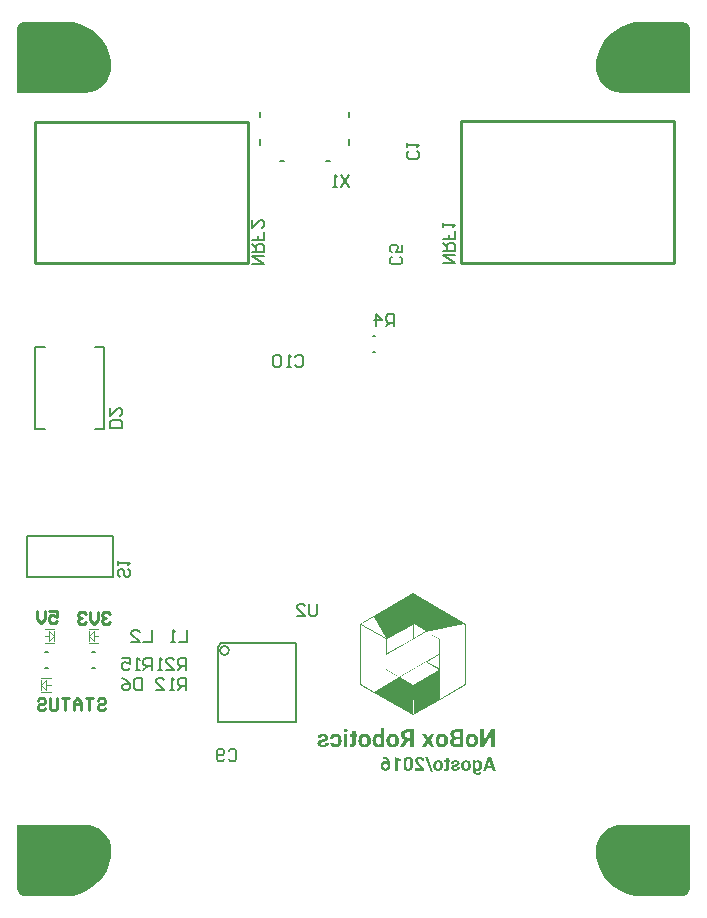
<source format=gbo>
G04 Layer_Color=13813960*
%FSLAX23Y23*%
%MOIN*%
G70*
G01*
G75*
%ADD28C,0.010*%
%ADD30C,0.008*%
%ADD58C,0.004*%
%ADD59C,0.008*%
%ADD60C,0.005*%
%ADD61C,0.007*%
%ADD101C,0.006*%
%ADD102C,0.006*%
G36*
X12835Y12351D02*
X12836Y12351D01*
X12837Y12351D01*
X12838Y12351D01*
X12839Y12351D01*
X12839Y12351D01*
X12839Y12350D01*
X12840Y12350D01*
X12841Y12350D01*
X12842Y12349D01*
X12843Y12349D01*
X12844Y12348D01*
X12844Y12348D01*
X12845Y12348D01*
X12845Y12347D01*
X12845Y12347D01*
X12846Y12346D01*
X12847Y12345D01*
X12847Y12345D01*
X12848Y12344D01*
X12848Y12344D01*
X12848Y12343D01*
X12848Y12343D01*
X12849Y12342D01*
X12849Y12341D01*
X12849Y12340D01*
X12849Y12340D01*
X12849Y12339D01*
X12849Y12338D01*
Y12338D01*
Y12338D01*
X12849Y12337D01*
X12849Y12336D01*
X12849Y12335D01*
X12849Y12334D01*
X12849Y12334D01*
X12848Y12333D01*
X12848Y12333D01*
X12848Y12333D01*
X12847Y12331D01*
X12847Y12331D01*
X12846Y12330D01*
X12846Y12330D01*
X12845Y12329D01*
X12845Y12329D01*
X12845Y12329D01*
X12843Y12328D01*
X12842Y12327D01*
X12842Y12327D01*
X12841Y12327D01*
X12840Y12327D01*
X12840Y12326D01*
X12840Y12326D01*
X12838Y12326D01*
X12837Y12325D01*
X12836Y12325D01*
X12835Y12325D01*
X12834Y12325D01*
X12834Y12325D01*
X12834D01*
X12833Y12324D01*
X12832Y12324D01*
X12831Y12324D01*
X12830Y12324D01*
X12830Y12324D01*
X12829Y12323D01*
X12829Y12323D01*
X12829D01*
X12828Y12323D01*
X12827Y12322D01*
X12827Y12322D01*
X12826Y12322D01*
X12826Y12322D01*
X12825Y12321D01*
X12825Y12321D01*
X12825Y12321D01*
X12825Y12320D01*
X12825Y12319D01*
Y12319D01*
Y12319D01*
X12825Y12318D01*
X12825Y12318D01*
X12825Y12317D01*
X12825Y12316D01*
X12826Y12316D01*
X12826Y12316D01*
X12826Y12316D01*
X12826Y12316D01*
X12827Y12315D01*
X12828Y12315D01*
X12830Y12315D01*
X12830Y12314D01*
X12831Y12314D01*
X12831D01*
X12833Y12314D01*
X12834Y12315D01*
X12834Y12315D01*
X12834D01*
X12834Y12315D01*
X12835D01*
X12836Y12315D01*
X12836Y12315D01*
X12837Y12316D01*
X12837Y12316D01*
X12837D01*
X12838Y12316D01*
X12838Y12317D01*
X12839Y12318D01*
X12839Y12318D01*
Y12318D01*
X12839Y12319D01*
X12839Y12320D01*
X12840Y12320D01*
Y12321D01*
Y12321D01*
Y12321D01*
X12851D01*
X12851Y12320D01*
X12851Y12319D01*
X12850Y12318D01*
X12850Y12317D01*
X12850Y12316D01*
X12850Y12316D01*
X12850Y12316D01*
X12850Y12315D01*
X12849Y12315D01*
X12848Y12314D01*
X12848Y12313D01*
X12847Y12312D01*
X12847Y12312D01*
X12846Y12311D01*
X12846Y12311D01*
X12846Y12311D01*
X12845Y12310D01*
X12844Y12309D01*
X12843Y12309D01*
X12842Y12308D01*
X12841Y12308D01*
X12840Y12308D01*
X12840Y12307D01*
X12840Y12307D01*
X12839Y12307D01*
X12837Y12307D01*
X12836Y12306D01*
X12835Y12306D01*
X12833Y12306D01*
X12833Y12306D01*
X12830D01*
X12829Y12306D01*
X12827Y12306D01*
X12826Y12307D01*
X12825Y12307D01*
X12825Y12307D01*
X12824Y12307D01*
X12824D01*
X12823Y12307D01*
X12822Y12308D01*
X12821Y12308D01*
X12820Y12309D01*
X12819Y12309D01*
X12819Y12310D01*
X12818Y12310D01*
X12818Y12310D01*
X12817Y12310D01*
X12817Y12311D01*
X12816Y12312D01*
X12815Y12313D01*
X12815Y12313D01*
X12815Y12314D01*
X12815Y12314D01*
X12815Y12314D01*
X12814Y12315D01*
X12814Y12316D01*
X12814Y12317D01*
X12813Y12318D01*
X12813Y12318D01*
X12813Y12319D01*
Y12319D01*
Y12319D01*
X12813Y12321D01*
X12813Y12322D01*
X12814Y12323D01*
X12814Y12323D01*
X12814Y12324D01*
X12814Y12325D01*
X12814Y12325D01*
X12815Y12325D01*
X12815Y12326D01*
X12816Y12327D01*
X12816Y12327D01*
X12817Y12328D01*
X12817Y12328D01*
X12818Y12329D01*
X12818Y12329D01*
X12818Y12329D01*
X12820Y12330D01*
X12821Y12330D01*
X12821Y12331D01*
X12822Y12331D01*
X12823Y12331D01*
X12823Y12332D01*
X12823D01*
X12826Y12332D01*
X12827Y12333D01*
X12828Y12333D01*
X12829Y12333D01*
X12829Y12333D01*
X12830Y12333D01*
X12830D01*
X12831Y12334D01*
X12832Y12334D01*
X12833Y12334D01*
X12833Y12334D01*
X12833Y12334D01*
X12834Y12334D01*
X12834D01*
X12835Y12335D01*
X12836Y12335D01*
X12836Y12335D01*
X12836Y12335D01*
X12836D01*
X12837Y12336D01*
X12837Y12336D01*
X12838Y12337D01*
X12838Y12337D01*
X12838Y12337D01*
X12838Y12338D01*
X12838Y12338D01*
Y12338D01*
X12838Y12339D01*
X12838Y12340D01*
X12838Y12340D01*
X12837Y12341D01*
X12837Y12341D01*
X12837Y12342D01*
X12837Y12342D01*
X12836Y12342D01*
X12836Y12342D01*
X12835Y12343D01*
X12834Y12343D01*
X12834Y12343D01*
X12833Y12343D01*
X12832Y12343D01*
X12832D01*
X12831Y12343D01*
X12830Y12343D01*
X12829Y12343D01*
X12828Y12342D01*
X12827Y12342D01*
X12827Y12342D01*
X12827Y12342D01*
X12827Y12342D01*
X12826Y12341D01*
X12826Y12340D01*
X12825Y12339D01*
X12825Y12339D01*
X12825Y12338D01*
X12825Y12338D01*
Y12337D01*
Y12337D01*
X12813D01*
X12813Y12338D01*
X12814Y12340D01*
X12814Y12341D01*
X12814Y12341D01*
X12814Y12342D01*
X12814Y12343D01*
X12815Y12343D01*
X12815Y12343D01*
X12815Y12344D01*
X12816Y12345D01*
X12816Y12346D01*
X12817Y12346D01*
X12818Y12347D01*
X12818Y12347D01*
X12818Y12347D01*
X12818Y12348D01*
X12819Y12348D01*
X12820Y12349D01*
X12821Y12349D01*
X12822Y12350D01*
X12823Y12350D01*
X12824Y12350D01*
X12824Y12350D01*
X12824D01*
X12825Y12351D01*
X12827Y12351D01*
X12828Y12351D01*
X12829Y12352D01*
X12830D01*
X12831Y12352D01*
X12833D01*
X12835Y12351D01*
D02*
G37*
G36*
X12972Y12352D02*
X12974Y12351D01*
X12975Y12351D01*
X12977Y12351D01*
X12978Y12350D01*
X12978Y12350D01*
X12979Y12350D01*
X12979Y12350D01*
X12981Y12349D01*
X12982Y12348D01*
X12983Y12348D01*
X12984Y12347D01*
X12985Y12346D01*
X12985Y12346D01*
X12985Y12345D01*
X12986Y12345D01*
X12987Y12344D01*
X12987Y12343D01*
X12988Y12342D01*
X12989Y12340D01*
X12989Y12340D01*
X12989Y12339D01*
X12990Y12338D01*
X12990Y12338D01*
Y12338D01*
X12990Y12337D01*
X12990Y12335D01*
X12991Y12333D01*
X12991Y12332D01*
X12991Y12331D01*
X12991Y12330D01*
Y12330D01*
Y12329D01*
Y12329D01*
Y12329D01*
Y12328D01*
X12991Y12327D01*
X12991Y12325D01*
X12991Y12323D01*
X12990Y12322D01*
X12990Y12321D01*
X12990Y12320D01*
X12990Y12320D01*
X12990Y12319D01*
Y12319D01*
X12989Y12318D01*
X12988Y12317D01*
X12988Y12315D01*
X12987Y12314D01*
X12987Y12313D01*
X12986Y12313D01*
X12986Y12312D01*
X12986Y12312D01*
X12985Y12311D01*
X12983Y12310D01*
X12982Y12310D01*
X12981Y12309D01*
X12980Y12308D01*
X12980Y12308D01*
X12979Y12308D01*
X12979Y12308D01*
X12978Y12307D01*
X12976Y12307D01*
X12974Y12306D01*
X12973Y12306D01*
X12972Y12306D01*
X12971Y12306D01*
X12970D01*
X12968Y12306D01*
X12967Y12306D01*
X12965Y12307D01*
X12964Y12307D01*
X12963Y12307D01*
X12962Y12307D01*
X12961Y12308D01*
X12961Y12308D01*
X12960Y12308D01*
X12959Y12309D01*
X12957Y12310D01*
X12957Y12311D01*
X12956Y12311D01*
X12955Y12312D01*
X12955Y12312D01*
X12955Y12312D01*
X12954Y12313D01*
X12953Y12315D01*
X12952Y12316D01*
X12952Y12317D01*
X12951Y12318D01*
X12951Y12319D01*
X12951Y12319D01*
X12951Y12319D01*
X12950Y12321D01*
X12950Y12323D01*
X12950Y12324D01*
X12950Y12325D01*
X12949Y12327D01*
X12949Y12327D01*
Y12328D01*
Y12328D01*
Y12328D01*
Y12328D01*
Y12329D01*
X12949Y12331D01*
X12950Y12333D01*
X12950Y12334D01*
X12950Y12335D01*
X12950Y12337D01*
X12951Y12337D01*
X12951Y12338D01*
X12951Y12338D01*
X12951Y12340D01*
X12952Y12341D01*
X12953Y12342D01*
X12953Y12343D01*
X12954Y12344D01*
X12954Y12345D01*
X12955Y12345D01*
X12955Y12345D01*
X12956Y12346D01*
X12957Y12347D01*
X12958Y12348D01*
X12959Y12349D01*
X12960Y12349D01*
X12961Y12350D01*
X12961Y12350D01*
X12961Y12350D01*
X12961D01*
X12963Y12350D01*
X12964Y12351D01*
X12966Y12351D01*
X12967Y12351D01*
X12968Y12352D01*
X12969Y12352D01*
X12970D01*
X12972Y12352D01*
D02*
G37*
G36*
X13155Y12275D02*
X13156Y12275D01*
X13157Y12275D01*
X13158Y12275D01*
X13159Y12274D01*
X13160Y12274D01*
X13160Y12274D01*
X13160Y12274D01*
X13161Y12274D01*
X13162Y12273D01*
X13163Y12273D01*
X13164Y12272D01*
X13165Y12272D01*
X13165Y12271D01*
X13165Y12271D01*
X13165Y12271D01*
X13166Y12270D01*
X13167Y12269D01*
X13167Y12268D01*
X13168Y12268D01*
X13168Y12267D01*
X13168Y12266D01*
X13169Y12266D01*
X13169Y12266D01*
X13169Y12265D01*
X13169Y12264D01*
X13169Y12263D01*
X13170Y12262D01*
X13170Y12261D01*
X13170Y12261D01*
Y12260D01*
Y12260D01*
Y12260D01*
X13160D01*
X13160Y12261D01*
X13160Y12262D01*
X13160Y12262D01*
X13160Y12263D01*
X13160Y12263D01*
X13160Y12263D01*
Y12263D01*
X13160Y12264D01*
X13159Y12265D01*
X13159Y12265D01*
X13159Y12266D01*
X13159Y12266D01*
Y12266D01*
X13158Y12266D01*
X13157Y12267D01*
X13157Y12267D01*
X13157Y12267D01*
X13157Y12267D01*
X13157D01*
X13156Y12268D01*
X13155Y12268D01*
X13154Y12268D01*
X13154D01*
X13153Y12268D01*
X13152Y12268D01*
X13151Y12267D01*
X13150Y12267D01*
X13150Y12267D01*
X13150Y12266D01*
X13149Y12266D01*
X13149Y12266D01*
X13149Y12265D01*
X13148Y12265D01*
X13148Y12264D01*
X13148Y12263D01*
X13148Y12262D01*
X13148Y12262D01*
Y12261D01*
Y12261D01*
Y12261D01*
X13148Y12260D01*
X13148Y12260D01*
X13148Y12260D01*
Y12259D01*
X13148Y12259D01*
Y12259D01*
X13148Y12258D01*
X13149Y12258D01*
X13149Y12257D01*
X13149Y12257D01*
X13149Y12257D01*
Y12257D01*
X13150Y12256D01*
X13150Y12255D01*
X13150Y12255D01*
X13151Y12254D01*
X13151Y12254D01*
X13151Y12254D01*
X13152Y12253D01*
X13153Y12252D01*
X13153Y12251D01*
X13153Y12251D01*
X13154Y12251D01*
X13154Y12251D01*
X13169Y12234D01*
Y12228D01*
X13137D01*
Y12236D01*
X13157D01*
X13149Y12244D01*
X13148Y12245D01*
X13147Y12246D01*
X13146Y12247D01*
X13146Y12247D01*
X13145Y12248D01*
X13145Y12248D01*
X13144Y12249D01*
X13144Y12249D01*
X13143Y12251D01*
X13143Y12251D01*
X13142Y12252D01*
X13142Y12252D01*
X13141Y12253D01*
X13141Y12253D01*
X13141Y12253D01*
X13140Y12255D01*
X13140Y12256D01*
X13140Y12256D01*
X13139Y12257D01*
X13139Y12257D01*
X13139Y12258D01*
Y12258D01*
X13139Y12259D01*
X13139Y12260D01*
X13138Y12261D01*
X13138Y12261D01*
Y12262D01*
Y12262D01*
Y12262D01*
X13138Y12263D01*
X13139Y12264D01*
X13139Y12265D01*
X13139Y12266D01*
X13139Y12267D01*
X13139Y12267D01*
X13139Y12268D01*
X13139Y12268D01*
X13140Y12269D01*
X13140Y12269D01*
X13141Y12270D01*
X13141Y12271D01*
X13142Y12271D01*
X13142Y12272D01*
X13142Y12272D01*
X13142Y12272D01*
X13143Y12272D01*
X13144Y12273D01*
X13145Y12273D01*
X13145Y12274D01*
X13146Y12274D01*
X13147Y12274D01*
X13147Y12274D01*
X13147Y12274D01*
X13148Y12275D01*
X13149Y12275D01*
X13150Y12275D01*
X13151Y12275D01*
X13152Y12275D01*
X13153Y12275D01*
X13154D01*
X13155Y12275D01*
D02*
G37*
G36*
X13091Y12268D02*
Y12260D01*
X13080Y12264D01*
Y12228D01*
X13071D01*
Y12275D01*
X13072D01*
X13091Y12268D01*
D02*
G37*
G36*
X13066Y12352D02*
X13068Y12351D01*
X13069Y12351D01*
X13071Y12351D01*
X13072Y12350D01*
X13072Y12350D01*
X13073Y12350D01*
X13073Y12350D01*
X13074Y12349D01*
X13076Y12348D01*
X13077Y12348D01*
X13078Y12347D01*
X13079Y12346D01*
X13079Y12346D01*
X13079Y12345D01*
X13080Y12345D01*
X13080Y12344D01*
X13081Y12343D01*
X13082Y12342D01*
X13083Y12340D01*
X13083Y12340D01*
X13083Y12339D01*
X13084Y12338D01*
X13084Y12338D01*
Y12338D01*
X13084Y12337D01*
X13084Y12335D01*
X13085Y12333D01*
X13085Y12332D01*
X13085Y12331D01*
X13085Y12330D01*
Y12330D01*
Y12329D01*
Y12329D01*
Y12329D01*
Y12328D01*
X13085Y12327D01*
X13085Y12325D01*
X13085Y12323D01*
X13084Y12322D01*
X13084Y12321D01*
X13084Y12320D01*
X13084Y12320D01*
X13084Y12319D01*
Y12319D01*
X13083Y12318D01*
X13082Y12317D01*
X13082Y12315D01*
X13081Y12314D01*
X13080Y12313D01*
X13080Y12313D01*
X13080Y12312D01*
X13080Y12312D01*
X13079Y12311D01*
X13077Y12310D01*
X13076Y12310D01*
X13075Y12309D01*
X13074Y12308D01*
X13074Y12308D01*
X13073Y12308D01*
X13073Y12308D01*
X13072Y12307D01*
X13070Y12307D01*
X13068Y12306D01*
X13067Y12306D01*
X13066Y12306D01*
X13065Y12306D01*
X13064D01*
X13062Y12306D01*
X13061Y12306D01*
X13059Y12307D01*
X13058Y12307D01*
X13057Y12307D01*
X13056Y12307D01*
X13055Y12308D01*
X13055Y12308D01*
X13054Y12308D01*
X13053Y12309D01*
X13051Y12310D01*
X13051Y12311D01*
X13050Y12311D01*
X13049Y12312D01*
X13049Y12312D01*
X13049Y12312D01*
X13048Y12313D01*
X13047Y12315D01*
X13046Y12316D01*
X13046Y12317D01*
X13045Y12318D01*
X13045Y12319D01*
X13045Y12319D01*
X13045Y12319D01*
X13044Y12321D01*
X13044Y12323D01*
X13044Y12324D01*
X13043Y12325D01*
X13043Y12327D01*
X13043Y12327D01*
Y12328D01*
Y12328D01*
Y12328D01*
Y12328D01*
Y12329D01*
X13043Y12331D01*
X13043Y12333D01*
X13044Y12334D01*
X13044Y12335D01*
X13044Y12337D01*
X13045Y12337D01*
X13045Y12338D01*
X13045Y12338D01*
X13045Y12340D01*
X13046Y12341D01*
X13047Y12342D01*
X13047Y12343D01*
X13048Y12344D01*
X13048Y12345D01*
X13049Y12345D01*
X13049Y12345D01*
X13050Y12346D01*
X13051Y12347D01*
X13052Y12348D01*
X13053Y12349D01*
X13054Y12349D01*
X13055Y12350D01*
X13055Y12350D01*
X13055Y12350D01*
X13055D01*
X13057Y12350D01*
X13058Y12351D01*
X13060Y12351D01*
X13061Y12351D01*
X13062Y12352D01*
X13063Y12352D01*
X13064D01*
X13066Y12352D01*
D02*
G37*
G36*
X12913Y12307D02*
X12902D01*
Y12351D01*
X12913D01*
Y12307D01*
D02*
G37*
G36*
X13135D02*
X13123D01*
Y12328D01*
X13114D01*
X13103Y12307D01*
X13089D01*
Y12307D01*
X13102Y12332D01*
X13100Y12332D01*
X13100Y12333D01*
X13099Y12333D01*
X13099Y12334D01*
X13098Y12334D01*
X13098Y12334D01*
X13098Y12334D01*
X13096Y12335D01*
X13095Y12336D01*
X13095Y12337D01*
X13095Y12337D01*
X13095Y12338D01*
X13094Y12338D01*
X13094Y12339D01*
X13093Y12340D01*
X13093Y12341D01*
X13093Y12341D01*
X13092Y12342D01*
X13092Y12342D01*
Y12342D01*
X13092Y12344D01*
X13092Y12345D01*
X13092Y12346D01*
X13092Y12347D01*
Y12348D01*
Y12348D01*
Y12348D01*
X13092Y12350D01*
X13092Y12351D01*
X13092Y12352D01*
X13092Y12354D01*
X13093Y12354D01*
X13093Y12355D01*
X13093Y12356D01*
X13093Y12356D01*
X13094Y12357D01*
X13094Y12358D01*
X13095Y12359D01*
X13096Y12360D01*
X13096Y12360D01*
X13097Y12361D01*
X13097Y12361D01*
X13097Y12361D01*
X13099Y12362D01*
X13100Y12363D01*
X13101Y12363D01*
X13102Y12364D01*
X13103Y12364D01*
X13104Y12365D01*
X13104Y12365D01*
X13104Y12365D01*
X13104D01*
X13106Y12365D01*
X13107Y12365D01*
X13109Y12366D01*
X13110Y12366D01*
X13112Y12366D01*
X13113Y12366D01*
X13135D01*
Y12307D01*
D02*
G37*
G36*
X13229Y12352D02*
X13231Y12351D01*
X13232Y12351D01*
X13234Y12351D01*
X13235Y12350D01*
X13236Y12350D01*
X13236Y12350D01*
X13236Y12350D01*
X13238Y12349D01*
X13239Y12348D01*
X13240Y12348D01*
X13241Y12347D01*
X13242Y12346D01*
X13242Y12346D01*
X13243Y12345D01*
X13243Y12345D01*
X13244Y12344D01*
X13245Y12343D01*
X13245Y12342D01*
X13246Y12340D01*
X13246Y12340D01*
X13247Y12339D01*
X13247Y12338D01*
X13247Y12338D01*
Y12338D01*
X13247Y12337D01*
X13248Y12335D01*
X13248Y12333D01*
X13248Y12332D01*
X13248Y12331D01*
X13248Y12330D01*
Y12330D01*
Y12329D01*
Y12329D01*
Y12329D01*
Y12328D01*
X13248Y12327D01*
X13248Y12325D01*
X13248Y12323D01*
X13248Y12322D01*
X13247Y12321D01*
X13247Y12320D01*
X13247Y12320D01*
X13247Y12319D01*
Y12319D01*
X13246Y12318D01*
X13246Y12317D01*
X13245Y12315D01*
X13244Y12314D01*
X13244Y12313D01*
X13243Y12313D01*
X13243Y12312D01*
X13243Y12312D01*
X13242Y12311D01*
X13241Y12310D01*
X13240Y12310D01*
X13239Y12309D01*
X13238Y12308D01*
X13237Y12308D01*
X13236Y12308D01*
X13236Y12308D01*
X13235Y12307D01*
X13233Y12307D01*
X13232Y12306D01*
X13230Y12306D01*
X13229Y12306D01*
X13228Y12306D01*
X13227D01*
X13226Y12306D01*
X13224Y12306D01*
X13222Y12307D01*
X13221Y12307D01*
X13220Y12307D01*
X13219Y12307D01*
X13219Y12308D01*
X13219Y12308D01*
X13217Y12308D01*
X13216Y12309D01*
X13215Y12310D01*
X13214Y12311D01*
X13213Y12311D01*
X13212Y12312D01*
X13212Y12312D01*
X13212Y12312D01*
X13211Y12313D01*
X13210Y12315D01*
X13210Y12316D01*
X13209Y12317D01*
X13209Y12318D01*
X13208Y12319D01*
X13208Y12319D01*
X13208Y12319D01*
X13207Y12321D01*
X13207Y12323D01*
X13207Y12324D01*
X13207Y12325D01*
X13207Y12327D01*
X13207Y12327D01*
Y12328D01*
Y12328D01*
Y12328D01*
Y12328D01*
Y12329D01*
X13207Y12331D01*
X13207Y12333D01*
X13207Y12334D01*
X13207Y12335D01*
X13207Y12337D01*
X13208Y12337D01*
X13208Y12338D01*
X13208Y12338D01*
X13209Y12340D01*
X13209Y12341D01*
X13210Y12342D01*
X13211Y12343D01*
X13211Y12344D01*
X13212Y12345D01*
X13212Y12345D01*
X13212Y12345D01*
X13213Y12346D01*
X13214Y12347D01*
X13215Y12348D01*
X13216Y12349D01*
X13217Y12349D01*
X13218Y12350D01*
X13218Y12350D01*
X13219Y12350D01*
X13219D01*
X13220Y12350D01*
X13222Y12351D01*
X13223Y12351D01*
X13225Y12351D01*
X13226Y12352D01*
X13227Y12352D01*
X13227D01*
X13229Y12352D01*
D02*
G37*
G36*
X13330D02*
X13331Y12351D01*
X13333Y12351D01*
X13334Y12351D01*
X13335Y12350D01*
X13336Y12350D01*
X13336Y12350D01*
X13337Y12350D01*
X13338Y12349D01*
X13339Y12348D01*
X13340Y12348D01*
X13341Y12347D01*
X13342Y12346D01*
X13343Y12346D01*
X13343Y12345D01*
X13343Y12345D01*
X13344Y12344D01*
X13345Y12343D01*
X13346Y12342D01*
X13346Y12340D01*
X13347Y12340D01*
X13347Y12339D01*
X13347Y12338D01*
X13347Y12338D01*
Y12338D01*
X13348Y12337D01*
X13348Y12335D01*
X13348Y12333D01*
X13348Y12332D01*
X13348Y12331D01*
X13348Y12330D01*
Y12330D01*
Y12329D01*
Y12329D01*
Y12329D01*
Y12328D01*
X13348Y12327D01*
X13348Y12325D01*
X13348Y12323D01*
X13348Y12322D01*
X13347Y12321D01*
X13347Y12320D01*
X13347Y12320D01*
X13347Y12319D01*
Y12319D01*
X13347Y12318D01*
X13346Y12317D01*
X13345Y12315D01*
X13344Y12314D01*
X13344Y12313D01*
X13343Y12313D01*
X13343Y12312D01*
X13343Y12312D01*
X13342Y12311D01*
X13341Y12310D01*
X13340Y12310D01*
X13339Y12309D01*
X13338Y12308D01*
X13337Y12308D01*
X13337Y12308D01*
X13336Y12308D01*
X13335Y12307D01*
X13333Y12307D01*
X13332Y12306D01*
X13331Y12306D01*
X13329Y12306D01*
X13328Y12306D01*
X13328D01*
X13326Y12306D01*
X13324Y12306D01*
X13323Y12307D01*
X13321Y12307D01*
X13320Y12307D01*
X13319Y12307D01*
X13319Y12308D01*
X13319Y12308D01*
X13317Y12308D01*
X13316Y12309D01*
X13315Y12310D01*
X13314Y12311D01*
X13313Y12311D01*
X13313Y12312D01*
X13312Y12312D01*
X13312Y12312D01*
X13311Y12313D01*
X13310Y12315D01*
X13310Y12316D01*
X13309Y12317D01*
X13309Y12318D01*
X13308Y12319D01*
X13308Y12319D01*
X13308Y12319D01*
X13308Y12321D01*
X13307Y12323D01*
X13307Y12324D01*
X13307Y12325D01*
X13307Y12327D01*
X13307Y12327D01*
Y12328D01*
Y12328D01*
Y12328D01*
Y12328D01*
Y12329D01*
X13307Y12331D01*
X13307Y12333D01*
X13307Y12334D01*
X13307Y12335D01*
X13308Y12337D01*
X13308Y12337D01*
X13308Y12338D01*
X13308Y12338D01*
X13309Y12340D01*
X13309Y12341D01*
X13310Y12342D01*
X13311Y12343D01*
X13311Y12344D01*
X13312Y12345D01*
X13312Y12345D01*
X13312Y12345D01*
X13313Y12346D01*
X13314Y12347D01*
X13315Y12348D01*
X13316Y12349D01*
X13317Y12349D01*
X13318Y12350D01*
X13319Y12350D01*
X13319Y12350D01*
X13319D01*
X13320Y12350D01*
X13322Y12351D01*
X13323Y12351D01*
X13325Y12351D01*
X13326Y12352D01*
X13327Y12352D01*
X13328D01*
X13330Y12352D01*
D02*
G37*
G36*
X13349Y12263D02*
X13350Y12263D01*
X13351Y12263D01*
X13352Y12263D01*
X13353Y12263D01*
X13353Y12262D01*
X13354Y12262D01*
X13354Y12262D01*
X13355Y12262D01*
X13356Y12261D01*
X13356Y12260D01*
X13357Y12260D01*
X13357Y12259D01*
X13358Y12259D01*
X13358Y12259D01*
X13358Y12258D01*
X13359Y12258D01*
X13359Y12257D01*
X13360Y12256D01*
X13360Y12255D01*
X13360Y12254D01*
X13361Y12253D01*
X13361Y12253D01*
X13361Y12253D01*
Y12253D01*
X13361Y12252D01*
X13361Y12250D01*
X13362Y12249D01*
X13362Y12248D01*
X13362Y12247D01*
X13362Y12246D01*
Y12246D01*
Y12246D01*
Y12246D01*
Y12246D01*
Y12245D01*
X13362Y12244D01*
X13362Y12242D01*
X13362Y12241D01*
X13361Y12240D01*
X13361Y12239D01*
X13361Y12239D01*
X13361Y12238D01*
X13361Y12238D01*
Y12238D01*
X13360Y12237D01*
X13360Y12236D01*
X13360Y12235D01*
X13359Y12234D01*
X13359Y12233D01*
X13358Y12233D01*
X13358Y12232D01*
X13358Y12232D01*
X13357Y12232D01*
X13357Y12231D01*
X13356Y12230D01*
X13355Y12230D01*
X13355Y12229D01*
X13354Y12229D01*
X13354Y12229D01*
X13354Y12229D01*
X13353Y12228D01*
X13352Y12228D01*
X13351Y12228D01*
X13350Y12228D01*
X13349Y12228D01*
X13348Y12228D01*
X13348D01*
X13347Y12228D01*
X13346Y12228D01*
X13345Y12228D01*
X13345Y12228D01*
X13344Y12228D01*
X13344Y12228D01*
X13343Y12228D01*
X13343D01*
X13342Y12229D01*
X13342Y12229D01*
X13341Y12230D01*
X13341Y12230D01*
X13340Y12230D01*
X13340Y12231D01*
X13340Y12231D01*
X13339Y12231D01*
Y12229D01*
X13340Y12228D01*
X13340Y12227D01*
X13340Y12226D01*
X13341Y12225D01*
X13341Y12224D01*
X13341Y12224D01*
X13341Y12224D01*
X13342Y12224D01*
X13342Y12223D01*
X13343Y12223D01*
X13344Y12222D01*
X13345Y12222D01*
X13346Y12222D01*
X13347Y12222D01*
X13347D01*
X13348Y12222D01*
X13349Y12222D01*
X13350Y12222D01*
X13351Y12222D01*
X13351Y12222D01*
X13352Y12223D01*
X13352Y12223D01*
X13352Y12223D01*
X13353Y12223D01*
X13353Y12224D01*
X13354Y12224D01*
X13355Y12225D01*
X13355Y12225D01*
X13355Y12225D01*
X13356Y12225D01*
X13356Y12226D01*
X13360Y12220D01*
X13359Y12219D01*
X13358Y12218D01*
X13358Y12218D01*
X13357Y12218D01*
X13357Y12218D01*
X13357Y12218D01*
X13356Y12217D01*
X13355Y12217D01*
X13355Y12216D01*
X13354Y12216D01*
X13354Y12216D01*
X13354Y12216D01*
X13354D01*
X13352Y12215D01*
X13352Y12215D01*
X13351Y12215D01*
X13351Y12215D01*
X13351Y12215D01*
X13350Y12215D01*
X13350D01*
X13349Y12215D01*
X13348Y12215D01*
X13348D01*
X13347Y12214D01*
X13347D01*
X13345Y12215D01*
X13344Y12215D01*
X13343Y12215D01*
X13342Y12215D01*
X13341Y12215D01*
X13341Y12215D01*
X13340Y12215D01*
X13340Y12216D01*
X13339Y12216D01*
X13338Y12216D01*
X13337Y12217D01*
X13336Y12217D01*
X13336Y12218D01*
X13335Y12218D01*
X13335Y12218D01*
X13335Y12218D01*
X13334Y12219D01*
X13333Y12220D01*
X13333Y12221D01*
X13332Y12221D01*
X13332Y12222D01*
X13332Y12223D01*
X13332Y12223D01*
X13331Y12223D01*
X13331Y12224D01*
X13331Y12225D01*
X13331Y12226D01*
X13330Y12227D01*
X13330Y12228D01*
X13330Y12229D01*
Y12229D01*
Y12229D01*
Y12229D01*
Y12263D01*
X13339D01*
X13339Y12259D01*
X13340Y12260D01*
X13340Y12261D01*
X13341Y12261D01*
X13341Y12262D01*
X13342Y12262D01*
X13342Y12262D01*
X13343Y12262D01*
X13343Y12262D01*
X13344Y12263D01*
X13344Y12263D01*
X13345Y12263D01*
X13346Y12263D01*
X13347Y12263D01*
X13347Y12263D01*
X13348D01*
X13349Y12263D01*
D02*
G37*
G36*
X13117Y12275D02*
X13118Y12275D01*
X13119Y12275D01*
X13120Y12275D01*
X13121Y12275D01*
X13122Y12274D01*
X13122Y12274D01*
X13122Y12274D01*
X13123Y12274D01*
X13124Y12273D01*
X13125Y12273D01*
X13126Y12272D01*
X13126Y12271D01*
X13127Y12271D01*
X13127Y12271D01*
X13127Y12271D01*
X13128Y12270D01*
X13128Y12269D01*
X13129Y12268D01*
X13129Y12267D01*
X13130Y12266D01*
X13130Y12265D01*
X13130Y12265D01*
X13130Y12265D01*
X13130Y12265D01*
Y12265D01*
X13131Y12263D01*
X13131Y12262D01*
X13131Y12260D01*
X13131Y12259D01*
X13131Y12257D01*
X13131Y12257D01*
Y12256D01*
Y12256D01*
Y12256D01*
Y12256D01*
Y12255D01*
Y12247D01*
X13131Y12245D01*
X13131Y12244D01*
X13131Y12242D01*
X13131Y12241D01*
X13131Y12240D01*
X13130Y12239D01*
X13130Y12239D01*
X13130Y12239D01*
Y12238D01*
X13130Y12238D01*
Y12238D01*
X13130Y12237D01*
X13129Y12236D01*
X13129Y12235D01*
X13128Y12234D01*
X13128Y12233D01*
X13127Y12233D01*
X13127Y12232D01*
X13127Y12232D01*
X13126Y12231D01*
X13125Y12231D01*
X13124Y12230D01*
X13124Y12230D01*
X13123Y12229D01*
X13122Y12229D01*
X13122Y12229D01*
X13122Y12229D01*
X13121Y12228D01*
X13120Y12228D01*
X13119Y12228D01*
X13118Y12228D01*
X13117Y12228D01*
X13116Y12228D01*
X13116D01*
X13114Y12228D01*
X13113Y12228D01*
X13112Y12228D01*
X13111Y12228D01*
X13110Y12228D01*
X13110Y12228D01*
X13109Y12229D01*
X13109Y12229D01*
X13108Y12229D01*
X13107Y12230D01*
X13106Y12230D01*
X13106Y12231D01*
X13105Y12231D01*
X13105Y12232D01*
X13104Y12232D01*
X13104Y12232D01*
X13103Y12233D01*
X13103Y12234D01*
X13102Y12235D01*
X13102Y12236D01*
X13101Y12237D01*
X13101Y12238D01*
X13101Y12238D01*
X13101Y12238D01*
Y12238D01*
X13101Y12240D01*
X13100Y12241D01*
X13100Y12243D01*
X13100Y12244D01*
X13100Y12246D01*
X13100Y12246D01*
Y12246D01*
Y12247D01*
Y12247D01*
Y12247D01*
Y12247D01*
Y12255D01*
X13100Y12257D01*
X13100Y12259D01*
X13100Y12261D01*
X13100Y12262D01*
X13101Y12263D01*
X13101Y12263D01*
X13101Y12264D01*
X13101Y12264D01*
X13101Y12264D01*
X13101Y12264D01*
Y12265D01*
X13101Y12266D01*
X13102Y12267D01*
X13102Y12268D01*
X13103Y12269D01*
X13104Y12270D01*
X13104Y12270D01*
X13104Y12271D01*
X13104Y12271D01*
X13105Y12272D01*
X13106Y12272D01*
X13107Y12273D01*
X13107Y12273D01*
X13108Y12274D01*
X13109Y12274D01*
X13109Y12274D01*
X13109Y12274D01*
X13110Y12275D01*
X13111Y12275D01*
X13112Y12275D01*
X13114Y12275D01*
X13114Y12275D01*
X13115Y12275D01*
X13116D01*
X13117Y12275D01*
D02*
G37*
G36*
X13217Y12263D02*
X13218Y12263D01*
X13219Y12263D01*
X13220Y12263D01*
X13221Y12262D01*
X13222Y12262D01*
X13222Y12262D01*
X13222Y12262D01*
X13223Y12262D01*
X13224Y12261D01*
X13225Y12260D01*
X13226Y12260D01*
X13226Y12259D01*
X13227Y12259D01*
X13227Y12258D01*
X13227Y12258D01*
X13228Y12257D01*
X13229Y12256D01*
X13229Y12256D01*
X13230Y12255D01*
X13230Y12254D01*
X13230Y12253D01*
X13230Y12253D01*
X13230Y12253D01*
Y12253D01*
X13231Y12252D01*
X13231Y12250D01*
X13231Y12249D01*
X13231Y12248D01*
X13231Y12247D01*
X13231Y12246D01*
Y12246D01*
Y12246D01*
Y12246D01*
Y12246D01*
Y12245D01*
X13231Y12244D01*
X13231Y12242D01*
X13231Y12241D01*
X13231Y12240D01*
X13231Y12239D01*
X13231Y12239D01*
X13231Y12238D01*
X13230Y12238D01*
Y12238D01*
X13230Y12237D01*
X13229Y12236D01*
X13229Y12235D01*
X13228Y12234D01*
X13228Y12233D01*
X13228Y12233D01*
X13227Y12233D01*
X13227Y12232D01*
X13226Y12232D01*
X13226Y12231D01*
X13225Y12230D01*
X13224Y12230D01*
X13223Y12229D01*
X13223Y12229D01*
X13222Y12229D01*
X13222Y12229D01*
X13221Y12228D01*
X13220Y12228D01*
X13218Y12228D01*
X13217Y12228D01*
X13216Y12228D01*
X13216Y12228D01*
X13215D01*
X13214Y12228D01*
X13212Y12228D01*
X13211Y12228D01*
X13210Y12228D01*
X13209Y12228D01*
X13209Y12229D01*
X13208Y12229D01*
X13208Y12229D01*
X13207Y12229D01*
X13206Y12230D01*
X13205Y12231D01*
X13204Y12231D01*
X13204Y12232D01*
X13203Y12232D01*
X13203Y12232D01*
X13203Y12232D01*
X13202Y12233D01*
X13202Y12234D01*
X13201Y12235D01*
X13201Y12236D01*
X13200Y12237D01*
X13200Y12238D01*
X13200Y12238D01*
X13200Y12238D01*
X13199Y12239D01*
X13199Y12241D01*
X13199Y12242D01*
X13199Y12243D01*
X13199Y12244D01*
X13199Y12244D01*
Y12245D01*
Y12245D01*
Y12245D01*
Y12245D01*
Y12246D01*
X13199Y12247D01*
X13199Y12248D01*
X13199Y12250D01*
X13199Y12251D01*
X13199Y12252D01*
X13200Y12252D01*
X13200Y12253D01*
X13200Y12253D01*
X13200Y12254D01*
X13201Y12255D01*
X13201Y12256D01*
X13202Y12257D01*
X13202Y12257D01*
X13203Y12258D01*
X13203Y12258D01*
X13203Y12258D01*
X13204Y12259D01*
X13205Y12260D01*
X13206Y12261D01*
X13206Y12261D01*
X13207Y12262D01*
X13208Y12262D01*
X13208Y12262D01*
X13208Y12262D01*
X13208D01*
X13209Y12262D01*
X13211Y12263D01*
X13212Y12263D01*
X13213Y12263D01*
X13214Y12263D01*
X13214Y12263D01*
X13215D01*
X13217Y12263D01*
D02*
G37*
G36*
X13307Y12717D02*
X13307Y12717D01*
Y12515D01*
X13220Y12465D01*
X13132Y12413D01*
X12954Y12515D01*
Y12718D01*
X13132Y12820D01*
X13307Y12717D01*
D02*
G37*
G36*
X13197Y12224D02*
X13190D01*
X13173Y12275D01*
X13180D01*
X13197Y12224D01*
D02*
G37*
G36*
X13275Y12263D02*
X13276Y12263D01*
X13277Y12263D01*
X13278Y12263D01*
X13278Y12263D01*
X13278Y12263D01*
X13279Y12263D01*
X13280Y12262D01*
X13280Y12262D01*
X13281Y12261D01*
X13282Y12261D01*
X13282Y12261D01*
X13283Y12260D01*
X13283Y12260D01*
X13283Y12260D01*
X13284Y12260D01*
X13284Y12259D01*
X13285Y12258D01*
X13285Y12258D01*
X13285Y12257D01*
X13286Y12257D01*
X13286Y12257D01*
X13286Y12257D01*
X13286Y12256D01*
X13286Y12255D01*
X13286Y12255D01*
X13286Y12254D01*
X13287Y12253D01*
X13287Y12253D01*
Y12253D01*
Y12253D01*
X13287Y12252D01*
X13286Y12251D01*
X13286Y12250D01*
X13286Y12250D01*
X13286Y12249D01*
X13286Y12249D01*
X13286Y12249D01*
X13286Y12249D01*
X13285Y12247D01*
X13284Y12247D01*
X13284Y12246D01*
X13284Y12246D01*
X13283Y12246D01*
X13283Y12246D01*
X13283Y12246D01*
X13282Y12245D01*
X13281Y12244D01*
X13281Y12244D01*
X13280Y12244D01*
X13280Y12244D01*
X13279Y12244D01*
X13279Y12244D01*
X13277Y12243D01*
X13277Y12243D01*
X13276Y12242D01*
X13275Y12242D01*
X13275Y12242D01*
X13274Y12242D01*
X13274D01*
X13274Y12242D01*
X13273Y12242D01*
X13272Y12242D01*
X13272Y12241D01*
X13271Y12241D01*
X13271Y12241D01*
X13271Y12241D01*
X13271D01*
X13270Y12241D01*
X13269Y12240D01*
X13269Y12240D01*
X13269Y12240D01*
X13268Y12240D01*
X13268Y12239D01*
X13268Y12239D01*
X13267Y12239D01*
X13267Y12239D01*
X13267Y12238D01*
Y12238D01*
Y12238D01*
X13267Y12237D01*
X13267Y12237D01*
X13268Y12236D01*
X13268Y12236D01*
X13268Y12235D01*
X13268Y12235D01*
X13268Y12235D01*
X13269Y12235D01*
X13269Y12235D01*
X13270Y12234D01*
X13271Y12234D01*
X13272Y12234D01*
X13272Y12234D01*
X13273D01*
X13273Y12234D01*
X13274Y12234D01*
X13275Y12234D01*
X13275D01*
X13275Y12234D01*
X13275D01*
X13276Y12235D01*
X13276Y12235D01*
X13277Y12235D01*
X13277Y12235D01*
X13277D01*
X13278Y12236D01*
X13278Y12236D01*
X13278Y12237D01*
X13278Y12237D01*
Y12237D01*
X13279Y12238D01*
X13279Y12238D01*
X13279Y12239D01*
Y12239D01*
Y12239D01*
Y12239D01*
X13288D01*
X13288Y12238D01*
X13288Y12238D01*
X13287Y12237D01*
X13287Y12236D01*
X13287Y12236D01*
X13287Y12235D01*
X13287Y12235D01*
X13287Y12235D01*
X13286Y12234D01*
X13286Y12233D01*
X13285Y12233D01*
X13285Y12232D01*
X13285Y12232D01*
X13284Y12231D01*
X13284Y12231D01*
X13284Y12231D01*
X13283Y12231D01*
X13282Y12230D01*
X13282Y12230D01*
X13281Y12229D01*
X13280Y12229D01*
X13280Y12229D01*
X13279Y12229D01*
X13279Y12228D01*
X13278Y12228D01*
X13277Y12228D01*
X13276Y12228D01*
X13275Y12228D01*
X13274Y12228D01*
X13273Y12228D01*
X13272D01*
X13270Y12228D01*
X13269Y12228D01*
X13268Y12228D01*
X13268Y12228D01*
X13267Y12228D01*
X13267Y12228D01*
X13267D01*
X13266Y12229D01*
X13265Y12229D01*
X13264Y12229D01*
X13263Y12230D01*
X13263Y12230D01*
X13263Y12230D01*
X13262Y12230D01*
X13262Y12230D01*
X13261Y12231D01*
X13261Y12232D01*
X13260Y12232D01*
X13260Y12233D01*
X13260Y12233D01*
X13259Y12234D01*
X13259Y12234D01*
X13259Y12234D01*
X13259Y12235D01*
X13259Y12235D01*
X13258Y12236D01*
X13258Y12237D01*
X13258Y12237D01*
X13258Y12238D01*
Y12238D01*
Y12238D01*
X13258Y12239D01*
X13258Y12240D01*
X13259Y12241D01*
X13259Y12241D01*
X13259Y12242D01*
X13259Y12242D01*
X13259Y12242D01*
X13259Y12242D01*
X13260Y12243D01*
X13260Y12244D01*
X13260Y12244D01*
X13261Y12245D01*
X13261Y12245D01*
X13262Y12245D01*
X13262Y12245D01*
X13262Y12245D01*
X13263Y12246D01*
X13264Y12247D01*
X13265Y12247D01*
X13265Y12247D01*
X13266Y12247D01*
X13266Y12248D01*
X13266D01*
X13268Y12248D01*
X13269Y12248D01*
X13270Y12249D01*
X13270Y12249D01*
X13271Y12249D01*
X13271Y12249D01*
X13271D01*
X13273Y12249D01*
X13273Y12249D01*
X13273Y12249D01*
X13274Y12249D01*
X13274Y12250D01*
X13274Y12250D01*
X13274D01*
X13275Y12250D01*
X13276Y12250D01*
X13276Y12251D01*
X13276Y12251D01*
X13276D01*
X13277Y12251D01*
X13277Y12251D01*
X13277Y12252D01*
X13277Y12252D01*
X13278Y12252D01*
X13278Y12253D01*
X13278Y12253D01*
Y12253D01*
X13278Y12254D01*
X13278Y12254D01*
X13277Y12255D01*
X13277Y12255D01*
X13277Y12255D01*
X13277Y12256D01*
X13277Y12256D01*
X13277Y12256D01*
X13276Y12256D01*
X13275Y12256D01*
X13275Y12256D01*
X13274Y12257D01*
X13274Y12257D01*
X13273Y12257D01*
X13273D01*
X13272Y12257D01*
X13271Y12257D01*
X13270Y12256D01*
X13270Y12256D01*
X13269Y12256D01*
X13269Y12256D01*
X13269Y12256D01*
X13269Y12255D01*
X13268Y12255D01*
X13268Y12254D01*
X13268Y12254D01*
X13268Y12253D01*
X13268Y12253D01*
X13268Y12253D01*
Y12252D01*
Y12252D01*
X13258D01*
X13258Y12253D01*
X13258Y12254D01*
X13259Y12255D01*
X13259Y12255D01*
X13259Y12256D01*
X13259Y12256D01*
X13259Y12257D01*
X13259Y12257D01*
X13260Y12257D01*
X13260Y12258D01*
X13261Y12259D01*
X13261Y12259D01*
X13262Y12260D01*
X13262Y12260D01*
X13262Y12260D01*
X13262Y12260D01*
X13263Y12261D01*
X13264Y12261D01*
X13264Y12262D01*
X13265Y12262D01*
X13266Y12262D01*
X13266Y12262D01*
X13267Y12263D01*
X13267D01*
X13268Y12263D01*
X13269Y12263D01*
X13270Y12263D01*
X13271Y12263D01*
X13272D01*
X13272Y12263D01*
X13274D01*
X13275Y12263D01*
D02*
G37*
G36*
X13250Y12263D02*
X13255D01*
Y12256D01*
X13250D01*
Y12238D01*
Y12237D01*
X13250Y12236D01*
X13250Y12235D01*
X13250Y12234D01*
X13250Y12234D01*
X13250Y12233D01*
X13250Y12233D01*
Y12233D01*
X13249Y12232D01*
X13249Y12232D01*
X13249Y12231D01*
X13248Y12231D01*
X13248Y12230D01*
X13248Y12230D01*
X13248Y12230D01*
X13248Y12230D01*
X13247Y12229D01*
X13246Y12228D01*
X13245Y12228D01*
X13245Y12228D01*
X13245Y12228D01*
X13245D01*
X13243Y12228D01*
X13242Y12228D01*
X13242Y12228D01*
X13241Y12228D01*
X13240D01*
X13239Y12228D01*
X13239D01*
X13238Y12228D01*
X13238D01*
X13238Y12228D01*
X13237D01*
X13236Y12228D01*
X13236Y12228D01*
X13235Y12228D01*
X13235D01*
X13235Y12228D01*
X13235D01*
Y12235D01*
X13235Y12235D01*
X13236D01*
X13236Y12235D01*
X13236D01*
X13237Y12235D01*
X13238D01*
X13239Y12235D01*
X13239Y12235D01*
X13239D01*
X13240Y12235D01*
X13240Y12235D01*
X13240Y12236D01*
X13240Y12236D01*
X13241Y12236D01*
X13241Y12236D01*
X13241Y12237D01*
X13241Y12237D01*
X13241Y12237D01*
X13241Y12238D01*
Y12239D01*
Y12239D01*
Y12239D01*
Y12256D01*
X13235D01*
Y12263D01*
X13241D01*
Y12271D01*
X13250D01*
Y12263D01*
D02*
G37*
G36*
X13034Y12275D02*
X13036Y12275D01*
X13038Y12275D01*
X13039Y12274D01*
X13040Y12274D01*
X13041Y12274D01*
X13041Y12274D01*
X13041Y12274D01*
X13042Y12273D01*
X13042Y12273D01*
X13042Y12273D01*
X13042D01*
X13044Y12273D01*
X13045Y12272D01*
X13047Y12271D01*
X13048Y12270D01*
X13049Y12269D01*
X13049Y12269D01*
X13050Y12268D01*
X13050Y12268D01*
X13050Y12268D01*
X13051Y12267D01*
X13052Y12265D01*
X13053Y12264D01*
X13053Y12263D01*
X13054Y12262D01*
X13054Y12261D01*
X13054Y12261D01*
X13054Y12260D01*
X13054Y12260D01*
X13054Y12260D01*
Y12260D01*
X13055Y12258D01*
X13055Y12256D01*
X13056Y12255D01*
X13056Y12253D01*
X13056Y12252D01*
X13056Y12252D01*
Y12251D01*
X13056Y12251D01*
Y12250D01*
Y12250D01*
Y12250D01*
Y12250D01*
Y12246D01*
X13056Y12245D01*
X13056Y12243D01*
X13056Y12242D01*
X13055Y12241D01*
X13055Y12240D01*
X13055Y12239D01*
X13055Y12239D01*
X13055Y12239D01*
Y12238D01*
X13054Y12237D01*
X13054Y12236D01*
X13053Y12235D01*
X13053Y12234D01*
X13052Y12234D01*
X13052Y12233D01*
X13052Y12233D01*
X13051Y12233D01*
X13051Y12232D01*
X13050Y12231D01*
X13049Y12230D01*
X13048Y12230D01*
X13047Y12229D01*
X13047Y12229D01*
X13047Y12229D01*
X13046Y12229D01*
X13045Y12228D01*
X13044Y12228D01*
X13043Y12228D01*
X13042Y12228D01*
X13041Y12228D01*
X13040Y12228D01*
X13040D01*
X13038Y12228D01*
X13037Y12228D01*
X13036Y12228D01*
X13035Y12228D01*
X13034Y12228D01*
X13034Y12229D01*
X13033Y12229D01*
X13033Y12229D01*
X13032Y12229D01*
X13031Y12230D01*
X13030Y12230D01*
X13029Y12231D01*
X13029Y12231D01*
X13028Y12232D01*
X13028Y12232D01*
X13028Y12232D01*
X13027Y12233D01*
X13027Y12234D01*
X13026Y12235D01*
X13026Y12235D01*
X13025Y12236D01*
X13025Y12237D01*
X13025Y12237D01*
X13025Y12237D01*
X13025Y12238D01*
X13024Y12239D01*
X13024Y12240D01*
X13024Y12241D01*
X13024Y12242D01*
X13024Y12243D01*
Y12243D01*
Y12243D01*
Y12245D01*
X13024Y12246D01*
X13024Y12247D01*
X13024Y12248D01*
X13024Y12248D01*
X13025Y12249D01*
X13025Y12249D01*
X13025Y12250D01*
X13025Y12251D01*
X13025Y12252D01*
X13026Y12252D01*
X13026Y12253D01*
X13027Y12254D01*
X13027Y12254D01*
X13027Y12255D01*
X13027Y12255D01*
X13028Y12255D01*
X13029Y12256D01*
X13029Y12257D01*
X13030Y12257D01*
X13030Y12258D01*
X13031Y12258D01*
X13031Y12258D01*
X13031Y12258D01*
X13032Y12258D01*
X13033Y12259D01*
X13034Y12259D01*
X13035Y12259D01*
X13036Y12259D01*
X13037Y12259D01*
X13037D01*
X13038Y12259D01*
X13039Y12259D01*
X13040Y12259D01*
X13041Y12259D01*
X13042Y12259D01*
X13042Y12258D01*
X13042Y12258D01*
X13043Y12258D01*
X13043Y12258D01*
X13044Y12257D01*
X13045Y12257D01*
X13045Y12256D01*
X13046Y12256D01*
X13046Y12256D01*
X13046Y12256D01*
X13047Y12255D01*
X13046Y12256D01*
X13046Y12257D01*
X13046Y12258D01*
X13046Y12259D01*
X13045Y12260D01*
X13045Y12260D01*
X13045Y12260D01*
X13045Y12260D01*
X13045Y12261D01*
X13044Y12262D01*
X13044Y12263D01*
X13043Y12263D01*
X13043Y12264D01*
X13042Y12264D01*
X13042Y12264D01*
X13042Y12264D01*
X13041Y12265D01*
X13040Y12265D01*
X13040Y12266D01*
X13039Y12266D01*
X13038Y12266D01*
X13038Y12267D01*
X13037Y12267D01*
X13037D01*
X13036Y12267D01*
X13035Y12267D01*
X13034Y12267D01*
X13033Y12267D01*
X13033D01*
X13032Y12268D01*
X13031D01*
Y12275D01*
X13032D01*
X13034Y12275D01*
D02*
G37*
G36*
X13310Y12263D02*
X13311Y12263D01*
X13312Y12263D01*
X13313Y12263D01*
X13314Y12262D01*
X13315Y12262D01*
X13315Y12262D01*
X13315Y12262D01*
X13316Y12262D01*
X13317Y12261D01*
X13318Y12260D01*
X13319Y12260D01*
X13319Y12259D01*
X13320Y12259D01*
X13320Y12258D01*
X13320Y12258D01*
X13321Y12257D01*
X13322Y12256D01*
X13322Y12256D01*
X13323Y12255D01*
X13323Y12254D01*
X13323Y12253D01*
X13323Y12253D01*
X13323Y12253D01*
Y12253D01*
X13324Y12252D01*
X13324Y12250D01*
X13324Y12249D01*
X13324Y12248D01*
X13324Y12247D01*
X13324Y12246D01*
Y12246D01*
Y12246D01*
Y12246D01*
Y12246D01*
Y12245D01*
X13324Y12244D01*
X13324Y12242D01*
X13324Y12241D01*
X13324Y12240D01*
X13324Y12239D01*
X13324Y12239D01*
X13324Y12238D01*
X13323Y12238D01*
Y12238D01*
X13323Y12237D01*
X13323Y12236D01*
X13322Y12235D01*
X13321Y12234D01*
X13321Y12233D01*
X13321Y12233D01*
X13320Y12233D01*
X13320Y12232D01*
X13319Y12232D01*
X13319Y12231D01*
X13318Y12230D01*
X13317Y12230D01*
X13316Y12229D01*
X13316Y12229D01*
X13315Y12229D01*
X13315Y12229D01*
X13314Y12228D01*
X13313Y12228D01*
X13312Y12228D01*
X13310Y12228D01*
X13309Y12228D01*
X13309Y12228D01*
X13308D01*
X13307Y12228D01*
X13305Y12228D01*
X13304Y12228D01*
X13303Y12228D01*
X13302Y12228D01*
X13302Y12229D01*
X13301Y12229D01*
X13301Y12229D01*
X13300Y12229D01*
X13299Y12230D01*
X13298Y12231D01*
X13297Y12231D01*
X13297Y12232D01*
X13296Y12232D01*
X13296Y12232D01*
X13296Y12232D01*
X13295Y12233D01*
X13295Y12234D01*
X13294Y12235D01*
X13294Y12236D01*
X13293Y12237D01*
X13293Y12238D01*
X13293Y12238D01*
X13293Y12238D01*
X13292Y12239D01*
X13292Y12241D01*
X13292Y12242D01*
X13292Y12243D01*
X13292Y12244D01*
X13292Y12244D01*
Y12245D01*
Y12245D01*
Y12245D01*
Y12245D01*
Y12246D01*
X13292Y12247D01*
X13292Y12248D01*
X13292Y12250D01*
X13292Y12251D01*
X13292Y12252D01*
X13293Y12252D01*
X13293Y12253D01*
X13293Y12253D01*
X13293Y12254D01*
X13294Y12255D01*
X13294Y12256D01*
X13295Y12257D01*
X13295Y12257D01*
X13296Y12258D01*
X13296Y12258D01*
X13296Y12258D01*
X13297Y12259D01*
X13298Y12260D01*
X13299Y12261D01*
X13299Y12261D01*
X13300Y12262D01*
X13301Y12262D01*
X13301Y12262D01*
X13301Y12262D01*
X13301D01*
X13302Y12262D01*
X13304Y12263D01*
X13305Y12263D01*
X13306Y12263D01*
X13307Y12263D01*
X13307Y12263D01*
X13308D01*
X13310Y12263D01*
D02*
G37*
G36*
X13408Y12228D02*
X13398D01*
X13395Y12238D01*
X13378D01*
X13375Y12228D01*
X13364D01*
X13382Y12275D01*
X13391D01*
X13408Y12228D01*
D02*
G37*
G36*
X13900Y14725D02*
X14026Y14724D01*
X14026Y14725D01*
X14026Y14725D01*
X14033Y14724D01*
X14040Y14721D01*
X14047Y14716D01*
X14051Y14710D01*
X14054Y14703D01*
X14055Y14695D01*
X14055Y14695D01*
X14055Y14488D01*
X13829Y14488D01*
Y14488D01*
X13829Y14488D01*
X13811Y14489D01*
X13795Y14495D01*
X13779Y14503D01*
X13766Y14514D01*
X13755Y14527D01*
X13747Y14543D01*
X13741Y14559D01*
X13740Y14575D01*
X13740Y14575D01*
X13742Y14594D01*
X13747Y14618D01*
X13757Y14640D01*
X13769Y14661D01*
X13785Y14680D01*
X13804Y14695D01*
X13824Y14708D01*
X13847Y14717D01*
X13870Y14723D01*
X13895Y14725D01*
X13900Y14725D01*
D02*
G37*
G36*
X13190Y12329D02*
X13203Y12307D01*
X13190D01*
X13183Y12321D01*
X13175Y12307D01*
X13162D01*
X13175Y12329D01*
X13163Y12351D01*
X13175D01*
X13183Y12338D01*
X13190Y12351D01*
X13202D01*
X13190Y12329D01*
D02*
G37*
G36*
X13405Y12307D02*
X13392D01*
Y12346D01*
X13369Y12307D01*
X13356D01*
Y12366D01*
X13369D01*
Y12327D01*
X13392Y12366D01*
X13405D01*
Y12307D01*
D02*
G37*
G36*
X12055Y12046D02*
X12071Y12041D01*
X12087Y12033D01*
X12100Y12022D01*
X12111Y12008D01*
X12120Y11993D01*
X12125Y11976D01*
X12126Y11959D01*
X12126Y11959D01*
X12126Y11959D01*
X12125Y11940D01*
X12119Y11917D01*
X12110Y11894D01*
X12097Y11874D01*
X12081Y11856D01*
X12063Y11840D01*
X12043Y11827D01*
X12020Y11818D01*
X11997Y11812D01*
X11973Y11810D01*
X11967Y11811D01*
X11841Y11811D01*
X11841Y11811D01*
X11841D01*
X11833Y11812D01*
X11826Y11815D01*
X11819Y11819D01*
X11815Y11826D01*
X11812Y11833D01*
X11811Y11841D01*
X11811Y11841D01*
X11811Y12047D01*
X12037Y12047D01*
Y12048D01*
X12037Y12048D01*
X12055Y12046D01*
D02*
G37*
G36*
X13036Y12307D02*
X13025D01*
X13025Y12311D01*
X13024Y12311D01*
X13023Y12310D01*
X13023Y12309D01*
X13022Y12308D01*
X13021Y12308D01*
X13021Y12308D01*
X13020Y12308D01*
X13020Y12307D01*
X13019Y12307D01*
X13018Y12307D01*
X13017Y12306D01*
X13016Y12306D01*
X13015Y12306D01*
X13014Y12306D01*
X13014D01*
X13012Y12306D01*
X13011Y12306D01*
X13009Y12307D01*
X13008Y12307D01*
X13007Y12307D01*
X13007Y12307D01*
X13006Y12308D01*
X13006Y12308D01*
X13005Y12308D01*
X13004Y12309D01*
X13003Y12310D01*
X13002Y12311D01*
X13002Y12311D01*
X13001Y12312D01*
X13001Y12312D01*
X13001Y12312D01*
X13000Y12313D01*
X12999Y12315D01*
X12999Y12316D01*
X12998Y12317D01*
X12998Y12318D01*
X12998Y12319D01*
X12998Y12319D01*
Y12319D01*
X12997Y12321D01*
X12997Y12322D01*
X12997Y12324D01*
X12997Y12325D01*
Y12327D01*
X12996Y12328D01*
Y12328D01*
Y12328D01*
Y12328D01*
Y12328D01*
Y12329D01*
Y12331D01*
X12997Y12333D01*
X12997Y12334D01*
X12997Y12335D01*
X12997Y12337D01*
X12997Y12337D01*
X12997Y12338D01*
X12998Y12338D01*
X12998Y12340D01*
X12998Y12341D01*
X12999Y12342D01*
X13000Y12343D01*
X13000Y12344D01*
X13000Y12345D01*
X13001Y12345D01*
X13001Y12345D01*
X13002Y12346D01*
X13003Y12347D01*
X13003Y12348D01*
X13004Y12349D01*
X13005Y12349D01*
X13006Y12350D01*
X13006Y12350D01*
X13006Y12350D01*
X13007Y12350D01*
X13009Y12351D01*
X13010Y12351D01*
X13011Y12351D01*
X13012Y12352D01*
X13013Y12352D01*
X13014D01*
X13015Y12352D01*
X13016Y12351D01*
X13017Y12351D01*
X13018Y12351D01*
X13019Y12351D01*
X13019Y12350D01*
X13020Y12350D01*
X13020Y12350D01*
X13021Y12350D01*
X13022Y12349D01*
X13022Y12349D01*
X13023Y12348D01*
X13024Y12348D01*
X13024Y12347D01*
X13024Y12347D01*
X13024Y12347D01*
Y12369D01*
X13036D01*
Y12307D01*
D02*
G37*
G36*
X12909Y12368D02*
X12909Y12368D01*
X12910Y12368D01*
X12911Y12367D01*
X12912Y12367D01*
X12912Y12367D01*
X12912Y12367D01*
X12912Y12366D01*
X12913Y12366D01*
X12913Y12365D01*
X12914Y12364D01*
X12914Y12364D01*
X12914Y12363D01*
X12914Y12363D01*
Y12362D01*
Y12362D01*
X12914Y12361D01*
X12914Y12360D01*
X12914Y12360D01*
X12914Y12360D01*
Y12360D01*
X12913Y12359D01*
X12913Y12358D01*
X12912Y12358D01*
X12912Y12358D01*
X12912Y12357D01*
X12911Y12357D01*
X12910Y12357D01*
X12910Y12356D01*
X12910D01*
X12909Y12356D01*
X12908Y12356D01*
X12908Y12356D01*
X12907D01*
X12906Y12356D01*
X12905Y12356D01*
X12905Y12356D01*
X12905Y12356D01*
X12905D01*
X12904Y12357D01*
X12903Y12357D01*
X12903Y12358D01*
X12903Y12358D01*
X12902Y12358D01*
X12902Y12359D01*
X12901Y12359D01*
X12901Y12360D01*
Y12360D01*
X12901Y12361D01*
X12901Y12361D01*
X12901Y12362D01*
Y12362D01*
Y12362D01*
X12901Y12363D01*
X12901Y12364D01*
X12901Y12364D01*
X12901Y12364D01*
Y12365D01*
X12902Y12365D01*
X12902Y12366D01*
X12903Y12366D01*
X12903Y12366D01*
X12903Y12367D01*
X12904Y12367D01*
X12905Y12368D01*
X12905Y12368D01*
X12905D01*
X12906Y12368D01*
X12907Y12368D01*
X12907Y12368D01*
X12907D01*
X12909Y12368D01*
D02*
G37*
G36*
X13829Y12048D02*
Y12047D01*
X14055Y12047D01*
X14056Y11841D01*
X14056Y11841D01*
X14055Y11833D01*
X14052Y11826D01*
X14047Y11819D01*
X14041Y11815D01*
X14033Y11812D01*
X14026Y11811D01*
X14026D01*
X14026Y11811D01*
X13899Y11811D01*
X13894Y11810D01*
X13870Y11812D01*
X13846Y11818D01*
X13824Y11827D01*
X13803Y11840D01*
X13785Y11856D01*
X13769Y11874D01*
X13757Y11894D01*
X13747Y11917D01*
X13742Y11940D01*
X13740Y11959D01*
X13740Y11959D01*
X13740Y11959D01*
X13742Y11976D01*
X13747Y11993D01*
X13755Y12008D01*
X13766Y12022D01*
X13779Y12033D01*
X13795Y12041D01*
X13812Y12046D01*
X13829Y12048D01*
X13829Y12048D01*
D02*
G37*
G36*
X12940Y12351D02*
X12946D01*
Y12342D01*
X12940D01*
Y12319D01*
Y12318D01*
X12940Y12317D01*
X12940Y12316D01*
X12939Y12315D01*
X12939Y12314D01*
X12939Y12313D01*
X12939Y12313D01*
Y12313D01*
X12939Y12312D01*
X12938Y12311D01*
X12938Y12311D01*
X12937Y12310D01*
X12937Y12310D01*
X12937Y12309D01*
X12936Y12309D01*
X12936Y12309D01*
X12935Y12308D01*
X12934Y12307D01*
X12933Y12307D01*
X12933Y12307D01*
X12932Y12307D01*
X12932D01*
X12931Y12306D01*
X12930Y12306D01*
X12929Y12306D01*
X12928Y12306D01*
X12927D01*
X12926Y12306D01*
X12925D01*
X12924Y12306D01*
X12924D01*
X12924Y12306D01*
X12923D01*
X12922Y12307D01*
X12921Y12307D01*
X12921Y12307D01*
X12920D01*
X12920Y12307D01*
X12920D01*
Y12316D01*
X12921Y12316D01*
X12921D01*
X12921Y12316D01*
X12922D01*
X12922Y12316D01*
X12924D01*
X12925Y12316D01*
X12925Y12316D01*
X12925D01*
X12926Y12316D01*
X12926Y12316D01*
X12927Y12316D01*
X12927Y12316D01*
X12927Y12317D01*
X12928Y12317D01*
X12928Y12318D01*
X12928Y12318D01*
X12928Y12319D01*
X12928Y12319D01*
Y12320D01*
Y12320D01*
Y12320D01*
Y12342D01*
X12920D01*
Y12351D01*
X12928D01*
Y12362D01*
X12940D01*
Y12351D01*
D02*
G37*
G36*
X11997Y14723D02*
X12020Y14717D01*
X12042Y14708D01*
X12063Y14696D01*
X12081Y14680D01*
X12097Y14662D01*
X12110Y14641D01*
X12119Y14619D01*
X12124Y14595D01*
X12126Y14577D01*
X12126Y14577D01*
X12126Y14577D01*
X12125Y14559D01*
X12119Y14543D01*
X12111Y14527D01*
X12100Y14514D01*
X12087Y14503D01*
X12071Y14495D01*
X12055Y14489D01*
X12037Y14488D01*
X12037Y14488D01*
Y14488D01*
X11811Y14488D01*
X11811Y14695D01*
X11811Y14695D01*
X11812Y14703D01*
X11815Y14710D01*
X11819Y14716D01*
X11825Y14721D01*
X11833Y14724D01*
X11840Y14725D01*
X11840D01*
X11840Y14724D01*
X11967Y14725D01*
X11972Y14725D01*
X11997Y14723D01*
D02*
G37*
G36*
X12875Y12352D02*
X12877Y12351D01*
X12879Y12351D01*
X12880Y12351D01*
X12881Y12350D01*
X12882Y12350D01*
X12882Y12350D01*
X12882Y12350D01*
X12884Y12349D01*
X12885Y12348D01*
X12886Y12348D01*
X12887Y12347D01*
X12888Y12346D01*
X12888Y12345D01*
X12889Y12345D01*
X12889Y12345D01*
X12889Y12344D01*
X12890Y12343D01*
X12891Y12342D01*
X12892Y12340D01*
X12892Y12339D01*
X12892Y12339D01*
X12892Y12338D01*
X12892Y12338D01*
Y12338D01*
X12893Y12337D01*
X12893Y12335D01*
X12893Y12333D01*
X12893Y12332D01*
X12894Y12331D01*
X12894Y12330D01*
Y12330D01*
Y12329D01*
Y12329D01*
Y12329D01*
Y12328D01*
X12894Y12326D01*
X12893Y12325D01*
X12893Y12323D01*
X12893Y12322D01*
X12893Y12321D01*
X12893Y12320D01*
X12893Y12320D01*
X12892Y12319D01*
Y12319D01*
X12892Y12318D01*
X12891Y12317D01*
X12891Y12315D01*
X12890Y12314D01*
X12889Y12314D01*
X12889Y12313D01*
X12889Y12313D01*
X12889Y12312D01*
X12888Y12311D01*
X12887Y12310D01*
X12886Y12310D01*
X12885Y12309D01*
X12884Y12308D01*
X12883Y12308D01*
X12883Y12308D01*
X12882Y12308D01*
X12881Y12307D01*
X12879Y12307D01*
X12878Y12306D01*
X12876Y12306D01*
X12875Y12306D01*
X12874Y12306D01*
X12873D01*
X12872Y12306D01*
X12871Y12306D01*
X12869Y12306D01*
X12868Y12307D01*
X12867Y12307D01*
X12867Y12307D01*
X12866Y12307D01*
X12866D01*
X12865Y12308D01*
X12864Y12308D01*
X12863Y12309D01*
X12862Y12309D01*
X12861Y12310D01*
X12861Y12310D01*
X12861Y12310D01*
X12861Y12310D01*
X12860Y12311D01*
X12859Y12312D01*
X12858Y12313D01*
X12858Y12314D01*
X12857Y12315D01*
X12857Y12315D01*
X12857Y12315D01*
X12857Y12316D01*
X12856Y12317D01*
X12856Y12318D01*
X12856Y12319D01*
X12855Y12320D01*
X12855Y12321D01*
X12855Y12321D01*
Y12322D01*
Y12322D01*
X12866D01*
X12866Y12321D01*
X12866Y12320D01*
X12867Y12319D01*
X12867Y12319D01*
Y12319D01*
X12867Y12318D01*
X12868Y12318D01*
X12868Y12317D01*
X12868Y12317D01*
X12868D01*
X12869Y12317D01*
X12870Y12316D01*
X12870Y12316D01*
X12871Y12316D01*
X12871D01*
X12872Y12316D01*
X12873Y12316D01*
X12873Y12315D01*
X12874D01*
X12874Y12316D01*
X12875Y12316D01*
X12876Y12316D01*
X12877Y12316D01*
X12877Y12316D01*
X12878Y12316D01*
X12878Y12316D01*
X12878D01*
X12879Y12317D01*
X12880Y12318D01*
X12880Y12319D01*
X12880Y12319D01*
X12880Y12319D01*
Y12319D01*
X12881Y12321D01*
X12881Y12322D01*
X12881Y12322D01*
X12882Y12323D01*
X12882Y12323D01*
Y12323D01*
X12882Y12325D01*
Y12326D01*
X12882Y12327D01*
Y12327D01*
Y12328D01*
Y12328D01*
Y12328D01*
Y12329D01*
X12882Y12331D01*
Y12332D01*
X12882Y12333D01*
Y12333D01*
X12882Y12334D01*
Y12334D01*
Y12334D01*
X12881Y12336D01*
X12881Y12336D01*
X12881Y12337D01*
X12881Y12338D01*
X12881Y12338D01*
X12880Y12338D01*
Y12338D01*
X12880Y12339D01*
X12879Y12340D01*
X12878Y12341D01*
X12878Y12341D01*
X12878Y12341D01*
X12878D01*
X12877Y12341D01*
X12877Y12342D01*
X12875Y12342D01*
X12875D01*
X12874Y12342D01*
X12874D01*
X12872Y12342D01*
X12871Y12342D01*
X12871Y12342D01*
X12871Y12342D01*
X12871Y12341D01*
X12871D01*
X12870Y12341D01*
X12869Y12340D01*
X12868Y12340D01*
X12868Y12340D01*
Y12340D01*
X12868Y12339D01*
X12867Y12338D01*
X12867Y12338D01*
X12867Y12337D01*
Y12337D01*
X12866Y12336D01*
X12866Y12335D01*
X12866Y12335D01*
Y12335D01*
Y12334D01*
Y12334D01*
X12855D01*
X12855Y12336D01*
X12855Y12337D01*
X12856Y12338D01*
X12856Y12339D01*
X12856Y12340D01*
X12856Y12341D01*
X12856Y12341D01*
X12857Y12342D01*
X12857Y12343D01*
X12858Y12344D01*
X12858Y12345D01*
X12859Y12345D01*
X12859Y12346D01*
X12860Y12347D01*
X12860Y12347D01*
X12860Y12347D01*
X12861Y12348D01*
X12862Y12348D01*
X12863Y12349D01*
X12864Y12350D01*
X12865Y12350D01*
X12866Y12350D01*
X12866Y12350D01*
X12866Y12350D01*
X12867Y12351D01*
X12869Y12351D01*
X12870Y12351D01*
X12871Y12351D01*
X12872Y12352D01*
X12873Y12352D01*
X12873D01*
X12875Y12352D01*
D02*
G37*
G36*
X13299Y12307D02*
X13276D01*
X13274Y12307D01*
X13273Y12307D01*
X13271Y12307D01*
X13269Y12307D01*
X13268Y12308D01*
X13267Y12308D01*
X13265Y12309D01*
X13264Y12309D01*
X13263Y12309D01*
X13263Y12310D01*
X13262Y12310D01*
X13261Y12311D01*
X13261Y12311D01*
X13261Y12311D01*
X13260Y12311D01*
X13260D01*
X13259Y12312D01*
X13258Y12313D01*
X13258Y12314D01*
X13257Y12315D01*
X13257Y12316D01*
X13256Y12317D01*
X13255Y12319D01*
X13255Y12321D01*
X13255Y12322D01*
X13255Y12323D01*
X13255Y12323D01*
Y12324D01*
Y12324D01*
Y12324D01*
X13255Y12326D01*
X13255Y12326D01*
X13255Y12327D01*
X13255Y12328D01*
X13255Y12328D01*
X13255Y12328D01*
Y12328D01*
X13256Y12330D01*
X13256Y12331D01*
X13256Y12331D01*
X13257Y12332D01*
X13257Y12332D01*
X13257Y12332D01*
X13257Y12332D01*
X13258Y12333D01*
X13259Y12334D01*
X13259Y12335D01*
X13260Y12335D01*
X13260Y12335D01*
X13260Y12335D01*
X13262Y12336D01*
X13263Y12337D01*
X13264Y12337D01*
X13264Y12337D01*
X13264Y12337D01*
X13265D01*
X13263Y12338D01*
X13262Y12338D01*
X13262Y12339D01*
X13261Y12339D01*
X13261Y12339D01*
X13261Y12339D01*
X13261Y12339D01*
X13260Y12340D01*
X13259Y12341D01*
X13259Y12342D01*
X13258Y12342D01*
X13258Y12342D01*
Y12342D01*
X13257Y12344D01*
X13257Y12345D01*
X13257Y12345D01*
X13257Y12346D01*
X13257Y12346D01*
Y12346D01*
X13256Y12347D01*
X13256Y12349D01*
X13256Y12349D01*
Y12349D01*
Y12350D01*
Y12350D01*
X13256Y12351D01*
X13256Y12353D01*
X13257Y12354D01*
X13257Y12355D01*
X13257Y12356D01*
X13257Y12356D01*
X13257Y12357D01*
X13258Y12357D01*
X13258Y12358D01*
X13259Y12359D01*
X13260Y12360D01*
X13260Y12361D01*
X13261Y12361D01*
X13261Y12362D01*
X13262Y12362D01*
X13262Y12362D01*
X13263Y12363D01*
X13264Y12363D01*
X13265Y12364D01*
X13266Y12364D01*
X13267Y12365D01*
X13268Y12365D01*
X13269Y12365D01*
X13269D01*
X13270Y12365D01*
X13272Y12365D01*
X13273Y12366D01*
X13275Y12366D01*
X13276D01*
X13277Y12366D01*
X13299D01*
Y12307D01*
D02*
G37*
%LPC*%
G36*
X13134Y12717D02*
Y12670D01*
X13174Y12693D01*
X13134Y12717D01*
D02*
G37*
G36*
X13304Y12713D02*
X13220Y12667D01*
X13220Y12618D01*
X13221Y12619D01*
Y12614D01*
X13220Y12468D01*
X13304Y12517D01*
Y12713D01*
D02*
G37*
G36*
X13176Y12589D02*
X13088Y12539D01*
X13130Y12515D01*
X13130Y12418D01*
X13132Y12417D01*
X13134Y12418D01*
X13133Y12515D01*
X13218Y12564D01*
Y12565D01*
X13176Y12589D01*
D02*
G37*
G36*
X12957Y12714D02*
Y12517D01*
X13000Y12492D01*
X13084Y12541D01*
X13042Y12565D01*
Y12614D01*
X13041Y12613D01*
X13041Y12666D01*
X12957Y12714D01*
D02*
G37*
G36*
X13176Y12690D02*
X13043Y12615D01*
Y12566D01*
X13085Y12542D01*
X13218Y12617D01*
X13219Y12667D01*
X13176Y12690D01*
D02*
G37*
G36*
X13218Y12613D02*
X13179Y12591D01*
X13218Y12569D01*
Y12613D01*
D02*
G37*
G36*
X13000Y12740D02*
X12959Y12717D01*
X13041Y12670D01*
X13000Y12740D01*
D02*
G37*
G36*
X13302Y12716D02*
X13176Y12692D01*
X13220Y12668D01*
X13304Y12715D01*
X13302Y12716D01*
D02*
G37*
G36*
X13130Y12715D02*
X13044Y12666D01*
X13044Y12619D01*
X13130Y12668D01*
Y12715D01*
D02*
G37*
G36*
X13328Y12342D02*
X13327D01*
X13326Y12342D01*
X13325Y12342D01*
X13325Y12342D01*
X13324Y12341D01*
X13324Y12341D01*
X13323Y12341D01*
X13323Y12341D01*
X13322Y12340D01*
X13321Y12339D01*
X13321Y12339D01*
X13321Y12338D01*
X13321Y12338D01*
Y12338D01*
X13320Y12337D01*
X13319Y12335D01*
X13319Y12335D01*
X13319Y12334D01*
X13319Y12334D01*
Y12334D01*
X13319Y12332D01*
X13319Y12332D01*
Y12331D01*
X13318Y12330D01*
Y12330D01*
Y12329D01*
Y12329D01*
Y12328D01*
X13319Y12326D01*
X13319Y12326D01*
X13319Y12325D01*
X13319Y12324D01*
X13319Y12324D01*
X13319Y12323D01*
Y12323D01*
X13320Y12322D01*
X13320Y12321D01*
X13320Y12320D01*
X13320Y12320D01*
X13320Y12319D01*
X13321Y12319D01*
X13321Y12319D01*
X13321Y12318D01*
X13322Y12317D01*
X13323Y12317D01*
X13323Y12317D01*
X13323Y12317D01*
X13323Y12316D01*
X13324Y12316D01*
X13325Y12316D01*
X13326Y12316D01*
X13327D01*
X13327Y12315D01*
X13328D01*
X13328Y12316D01*
X13329Y12316D01*
X13330Y12316D01*
X13331Y12316D01*
X13331Y12316D01*
X13332Y12316D01*
X13332Y12316D01*
X13332D01*
X13333Y12317D01*
X13334Y12318D01*
X13334Y12319D01*
X13335Y12319D01*
X13335Y12319D01*
X13335Y12319D01*
X13335Y12321D01*
X13336Y12322D01*
X13336Y12322D01*
X13336Y12323D01*
X13336Y12323D01*
Y12323D01*
X13336Y12325D01*
X13337Y12326D01*
Y12327D01*
X13337Y12327D01*
Y12328D01*
Y12328D01*
Y12328D01*
Y12329D01*
X13337Y12331D01*
X13336Y12332D01*
X13336Y12333D01*
Y12333D01*
X13336Y12334D01*
X13336Y12334D01*
Y12334D01*
X13336Y12336D01*
X13336Y12336D01*
X13335Y12337D01*
X13335Y12338D01*
X13335Y12338D01*
X13335Y12338D01*
Y12338D01*
X13334Y12339D01*
X13333Y12340D01*
X13332Y12341D01*
X13332Y12341D01*
X13332Y12341D01*
X13332D01*
X13331Y12341D01*
X13330Y12342D01*
X13329Y12342D01*
X13328D01*
X13328Y12342D01*
D02*
G37*
G36*
X13287Y12333D02*
X13276D01*
X13274Y12332D01*
X13273Y12332D01*
X13273Y12332D01*
X13272Y12332D01*
X13272Y12332D01*
X13272Y12332D01*
X13272D01*
X13271Y12332D01*
X13270Y12331D01*
X13269Y12331D01*
X13269Y12330D01*
Y12330D01*
X13268Y12329D01*
X13268Y12329D01*
X13268Y12328D01*
X13268Y12328D01*
X13267Y12328D01*
Y12328D01*
X13267Y12327D01*
X13267Y12326D01*
X13267Y12325D01*
Y12325D01*
Y12324D01*
Y12324D01*
X13267Y12323D01*
X13267Y12322D01*
X13267Y12322D01*
X13267Y12322D01*
X13268Y12321D01*
Y12321D01*
X13268Y12320D01*
X13269Y12319D01*
X13269Y12319D01*
X13269Y12319D01*
X13269Y12319D01*
X13270Y12318D01*
X13271Y12318D01*
X13271Y12317D01*
X13272Y12317D01*
X13272Y12317D01*
X13272D01*
X13273Y12317D01*
X13275Y12317D01*
X13275Y12317D01*
X13287D01*
Y12333D01*
D02*
G37*
G36*
X13386Y12263D02*
X13380Y12245D01*
X13392D01*
X13386Y12263D01*
D02*
G37*
G36*
X13228Y12342D02*
X13227D01*
X13226Y12342D01*
X13225Y12342D01*
X13224Y12342D01*
X13224Y12341D01*
X13224Y12341D01*
X13223Y12341D01*
X13223Y12341D01*
X13222Y12340D01*
X13221Y12339D01*
X13221Y12339D01*
X13221Y12338D01*
X13220Y12338D01*
Y12338D01*
X13220Y12337D01*
X13219Y12335D01*
X13219Y12335D01*
X13219Y12334D01*
X13219Y12334D01*
Y12334D01*
X13219Y12332D01*
X13218Y12332D01*
Y12331D01*
X13218Y12330D01*
Y12330D01*
Y12329D01*
Y12329D01*
Y12328D01*
X13218Y12326D01*
X13219Y12326D01*
X13219Y12325D01*
X13219Y12324D01*
X13219Y12324D01*
X13219Y12323D01*
Y12323D01*
X13219Y12322D01*
X13220Y12321D01*
X13220Y12320D01*
X13220Y12320D01*
X13220Y12319D01*
X13220Y12319D01*
X13220Y12319D01*
X13221Y12318D01*
X13222Y12317D01*
X13223Y12317D01*
X13223Y12317D01*
X13223Y12317D01*
X13223Y12316D01*
X13224Y12316D01*
X13225Y12316D01*
X13226Y12316D01*
X13227D01*
X13227Y12315D01*
X13227D01*
X13228Y12316D01*
X13229Y12316D01*
X13230Y12316D01*
X13230Y12316D01*
X13231Y12316D01*
X13231Y12316D01*
X13232Y12316D01*
X13232D01*
X13233Y12317D01*
X13234Y12318D01*
X13234Y12319D01*
X13234Y12319D01*
X13234Y12319D01*
X13235Y12319D01*
X13235Y12321D01*
X13236Y12322D01*
X13236Y12322D01*
X13236Y12323D01*
X13236Y12323D01*
Y12323D01*
X13236Y12325D01*
X13236Y12326D01*
Y12327D01*
X13236Y12327D01*
Y12328D01*
Y12328D01*
Y12328D01*
Y12329D01*
X13236Y12331D01*
X13236Y12332D01*
X13236Y12333D01*
Y12333D01*
X13236Y12334D01*
X13236Y12334D01*
Y12334D01*
X13236Y12336D01*
X13235Y12336D01*
X13235Y12337D01*
X13235Y12338D01*
X13235Y12338D01*
X13235Y12338D01*
Y12338D01*
X13234Y12339D01*
X13233Y12340D01*
X13232Y12341D01*
X13232Y12341D01*
X13232Y12341D01*
X13232D01*
X13231Y12341D01*
X13230Y12342D01*
X13229Y12342D01*
X13228D01*
X13228Y12342D01*
D02*
G37*
G36*
X12971D02*
X12969D01*
X12968Y12342D01*
X12968Y12342D01*
X12967Y12342D01*
X12967Y12341D01*
X12966Y12341D01*
X12966Y12341D01*
X12966Y12341D01*
X12965Y12340D01*
X12964Y12339D01*
X12964Y12339D01*
X12963Y12338D01*
X12963Y12338D01*
Y12338D01*
X12962Y12337D01*
X12962Y12335D01*
X12962Y12335D01*
X12962Y12334D01*
X12962Y12334D01*
Y12334D01*
X12961Y12332D01*
X12961Y12332D01*
Y12331D01*
X12961Y12330D01*
Y12330D01*
Y12329D01*
Y12329D01*
Y12328D01*
X12961Y12326D01*
X12961Y12326D01*
X12961Y12325D01*
X12961Y12324D01*
X12962Y12324D01*
X12962Y12323D01*
Y12323D01*
X12962Y12322D01*
X12962Y12321D01*
X12963Y12320D01*
X12963Y12320D01*
X12963Y12319D01*
X12963Y12319D01*
X12963Y12319D01*
X12964Y12318D01*
X12965Y12317D01*
X12965Y12317D01*
X12966Y12317D01*
X12966Y12317D01*
X12966Y12316D01*
X12967Y12316D01*
X12967Y12316D01*
X12969Y12316D01*
X12969D01*
X12970Y12315D01*
X12970D01*
X12971Y12316D01*
X12972Y12316D01*
X12973Y12316D01*
X12973Y12316D01*
X12974Y12316D01*
X12974Y12316D01*
X12974Y12316D01*
X12974D01*
X12976Y12317D01*
X12977Y12318D01*
X12977Y12319D01*
X12977Y12319D01*
X12977Y12319D01*
X12977Y12319D01*
X12978Y12321D01*
X12978Y12322D01*
X12979Y12322D01*
X12979Y12323D01*
X12979Y12323D01*
Y12323D01*
X12979Y12325D01*
X12979Y12326D01*
Y12327D01*
X12979Y12327D01*
Y12328D01*
Y12328D01*
Y12328D01*
Y12329D01*
X12979Y12331D01*
X12979Y12332D01*
X12979Y12333D01*
Y12333D01*
X12979Y12334D01*
X12979Y12334D01*
Y12334D01*
X12978Y12336D01*
X12978Y12336D01*
X12978Y12337D01*
X12978Y12338D01*
X12977Y12338D01*
X12977Y12338D01*
Y12338D01*
X12976Y12339D01*
X12975Y12340D01*
X12975Y12341D01*
X12975Y12341D01*
X12974Y12341D01*
X12974D01*
X12974Y12341D01*
X12973Y12342D01*
X12972Y12342D01*
X12971D01*
X12971Y12342D01*
D02*
G37*
G36*
X13017D02*
X13016D01*
X13015Y12342D01*
X13014Y12342D01*
X13014Y12342D01*
X13013Y12341D01*
X13013Y12341D01*
X13013Y12341D01*
X13013Y12341D01*
X13011Y12340D01*
X13011Y12339D01*
X13010Y12339D01*
X13010Y12339D01*
X13010Y12338D01*
Y12338D01*
X13009Y12337D01*
X13009Y12335D01*
X13009Y12335D01*
X13009Y12334D01*
X13009Y12334D01*
Y12334D01*
X13008Y12332D01*
X13008Y12332D01*
X13008Y12331D01*
Y12330D01*
Y12330D01*
Y12329D01*
Y12329D01*
Y12328D01*
X13008Y12326D01*
Y12326D01*
X13008Y12325D01*
X13008Y12324D01*
Y12324D01*
X13009Y12323D01*
Y12323D01*
X13009Y12322D01*
X13009Y12321D01*
X13009Y12320D01*
X13010Y12320D01*
X13010Y12319D01*
X13010Y12319D01*
X13010Y12319D01*
X13011Y12318D01*
X13012Y12317D01*
X13012Y12317D01*
X13012Y12317D01*
X13012Y12316D01*
X13013Y12316D01*
X13014Y12316D01*
X13015Y12316D01*
X13016D01*
X13016Y12315D01*
X13016D01*
X13018Y12316D01*
X13019Y12316D01*
X13019Y12316D01*
X13020Y12316D01*
X13021Y12316D01*
X13021Y12316D01*
X13021Y12317D01*
X13021Y12317D01*
X13022Y12317D01*
X13023Y12318D01*
X13024Y12319D01*
X13024Y12319D01*
X13024Y12320D01*
X13024Y12320D01*
X13024Y12320D01*
Y12337D01*
X13024Y12338D01*
X13023Y12339D01*
X13023Y12339D01*
X13022Y12340D01*
X13022Y12340D01*
X13022Y12341D01*
X13022Y12341D01*
X13021Y12341D01*
X13021Y12341D01*
X13020Y12342D01*
X13018Y12342D01*
X13018Y12342D01*
X13017Y12342D01*
D02*
G37*
G36*
X13065D02*
X13063D01*
X13062Y12342D01*
X13062Y12342D01*
X13061Y12342D01*
X13061Y12341D01*
X13060Y12341D01*
X13060Y12341D01*
X13060Y12341D01*
X13059Y12340D01*
X13058Y12339D01*
X13058Y12339D01*
X13057Y12338D01*
X13057Y12338D01*
Y12338D01*
X13056Y12337D01*
X13056Y12335D01*
X13056Y12335D01*
X13056Y12334D01*
X13056Y12334D01*
Y12334D01*
X13055Y12332D01*
X13055Y12332D01*
Y12331D01*
X13055Y12330D01*
Y12330D01*
Y12329D01*
Y12329D01*
Y12328D01*
X13055Y12326D01*
X13055Y12326D01*
X13055Y12325D01*
X13055Y12324D01*
X13056Y12324D01*
X13056Y12323D01*
Y12323D01*
X13056Y12322D01*
X13056Y12321D01*
X13057Y12320D01*
X13057Y12320D01*
X13057Y12319D01*
X13057Y12319D01*
X13057Y12319D01*
X13058Y12318D01*
X13059Y12317D01*
X13059Y12317D01*
X13060Y12317D01*
X13060Y12317D01*
X13060Y12316D01*
X13061Y12316D01*
X13061Y12316D01*
X13063Y12316D01*
X13063D01*
X13064Y12315D01*
X13064D01*
X13065Y12316D01*
X13066Y12316D01*
X13067Y12316D01*
X13067Y12316D01*
X13068Y12316D01*
X13068Y12316D01*
X13068Y12316D01*
X13068D01*
X13070Y12317D01*
X13071Y12318D01*
X13071Y12319D01*
X13071Y12319D01*
X13071Y12319D01*
X13071Y12319D01*
X13072Y12321D01*
X13072Y12322D01*
X13073Y12322D01*
X13073Y12323D01*
X13073Y12323D01*
Y12323D01*
X13073Y12325D01*
X13073Y12326D01*
Y12327D01*
X13073Y12327D01*
Y12328D01*
Y12328D01*
Y12328D01*
Y12329D01*
X13073Y12331D01*
X13073Y12332D01*
X13073Y12333D01*
Y12333D01*
X13073Y12334D01*
X13073Y12334D01*
Y12334D01*
X13072Y12336D01*
X13072Y12336D01*
X13072Y12337D01*
X13072Y12338D01*
X13071Y12338D01*
X13071Y12338D01*
Y12338D01*
X13070Y12339D01*
X13069Y12340D01*
X13069Y12341D01*
X13069Y12341D01*
X13068Y12341D01*
X13068D01*
X13068Y12341D01*
X13067Y12342D01*
X13066Y12342D01*
X13065D01*
X13065Y12342D01*
D02*
G37*
G36*
X13116Y12268D02*
X13116D01*
X13115Y12268D01*
X13114Y12268D01*
X13113Y12267D01*
X13113Y12267D01*
X13113Y12267D01*
X13113D01*
X13112Y12267D01*
X13111Y12266D01*
X13111Y12266D01*
X13111Y12266D01*
X13111Y12265D01*
Y12265D01*
X13111Y12265D01*
X13110Y12264D01*
X13110Y12263D01*
X13110Y12263D01*
X13110Y12262D01*
X13109Y12262D01*
Y12262D01*
X13109Y12261D01*
X13109Y12260D01*
X13109Y12259D01*
Y12259D01*
X13109Y12258D01*
Y12257D01*
Y12257D01*
Y12257D01*
Y12257D01*
Y12246D01*
Y12245D01*
X13109Y12244D01*
X13109Y12243D01*
X13109Y12242D01*
X13109Y12242D01*
X13109Y12241D01*
X13109Y12241D01*
Y12241D01*
X13110Y12240D01*
X13110Y12239D01*
X13110Y12239D01*
X13110Y12238D01*
X13111Y12238D01*
X13111Y12238D01*
X13111Y12237D01*
X13111Y12237D01*
X13111Y12237D01*
X13112Y12236D01*
X13112Y12236D01*
X13113Y12236D01*
X13113Y12235D01*
X13113D01*
X13114Y12235D01*
X13115Y12235D01*
X13115Y12235D01*
X13116D01*
X13117Y12235D01*
X13118Y12235D01*
X13118Y12235D01*
X13118Y12235D01*
X13118Y12235D01*
X13118D01*
X13119Y12236D01*
X13120Y12237D01*
X13120Y12237D01*
X13120Y12237D01*
X13120Y12237D01*
X13120Y12237D01*
X13121Y12238D01*
X13121Y12238D01*
X13121Y12240D01*
X13121Y12240D01*
X13122Y12240D01*
X13122Y12241D01*
Y12241D01*
X13122Y12242D01*
X13122Y12243D01*
X13122Y12243D01*
Y12244D01*
X13122Y12245D01*
Y12246D01*
Y12246D01*
Y12246D01*
Y12257D01*
Y12258D01*
X13122Y12259D01*
X13122Y12260D01*
X13122Y12261D01*
X13122Y12261D01*
X13122Y12262D01*
X13122Y12262D01*
Y12262D01*
X13122Y12263D01*
X13121Y12263D01*
X13121Y12264D01*
X13121Y12265D01*
X13121Y12265D01*
X13121Y12265D01*
X13120Y12265D01*
Y12265D01*
X13120Y12266D01*
X13119Y12267D01*
X13119Y12267D01*
X13119Y12267D01*
X13118Y12267D01*
X13118D01*
X13117Y12268D01*
X13117Y12268D01*
X13116Y12268D01*
D02*
G37*
G36*
X13040Y12252D02*
X13040D01*
X13039Y12252D01*
X13038Y12252D01*
X13038Y12252D01*
X13038Y12251D01*
X13037Y12251D01*
X13037Y12251D01*
X13037D01*
X13036Y12251D01*
X13036Y12250D01*
X13035Y12250D01*
X13035Y12249D01*
X13035Y12249D01*
X13034Y12249D01*
X13034Y12248D01*
X13034Y12247D01*
X13034Y12247D01*
X13034Y12247D01*
Y12247D01*
X13033Y12246D01*
X13033Y12245D01*
X13033Y12244D01*
Y12244D01*
Y12243D01*
Y12243D01*
X13033Y12242D01*
X13033Y12241D01*
X13033Y12241D01*
X13033Y12241D01*
X13033Y12240D01*
X13034Y12240D01*
Y12240D01*
X13034Y12239D01*
X13034Y12238D01*
X13035Y12238D01*
X13035Y12238D01*
X13035Y12237D01*
X13035Y12237D01*
X13036Y12237D01*
X13036Y12236D01*
X13037Y12236D01*
X13037Y12236D01*
X13037Y12236D01*
X13037D01*
X13038Y12235D01*
X13039Y12235D01*
X13039D01*
X13039Y12235D01*
X13040D01*
X13041Y12235D01*
X13042Y12235D01*
X13042Y12235D01*
X13042Y12235D01*
X13043Y12235D01*
X13043D01*
X13043Y12236D01*
X13044Y12237D01*
X13044Y12237D01*
X13045Y12237D01*
X13045Y12237D01*
X13045Y12237D01*
X13045Y12238D01*
X13046Y12239D01*
X13046Y12240D01*
X13046Y12240D01*
X13046Y12240D01*
Y12240D01*
X13047Y12242D01*
X13047Y12243D01*
X13047Y12243D01*
X13047Y12244D01*
Y12244D01*
Y12245D01*
Y12245D01*
Y12248D01*
X13046Y12248D01*
X13046Y12249D01*
X13046Y12249D01*
X13046Y12249D01*
X13045Y12250D01*
X13045Y12250D01*
X13044Y12251D01*
X13044Y12251D01*
X13044Y12251D01*
X13043Y12251D01*
X13042Y12251D01*
X13042Y12252D01*
X13042D01*
X13041Y12252D01*
X13041Y12252D01*
X13040Y12252D01*
D02*
G37*
G36*
X13287Y12356D02*
X13278D01*
X13276Y12356D01*
X13275Y12356D01*
X13273Y12356D01*
X13272Y12355D01*
X13272Y12355D01*
X13271Y12355D01*
X13271Y12354D01*
X13271Y12354D01*
X13270Y12354D01*
X13269Y12353D01*
X13269Y12352D01*
X13269Y12351D01*
X13268Y12350D01*
X13268Y12349D01*
Y12349D01*
Y12349D01*
Y12349D01*
X13268Y12347D01*
X13269Y12346D01*
X13269Y12345D01*
X13269Y12344D01*
X13270Y12344D01*
X13270Y12343D01*
X13270Y12343D01*
X13271Y12343D01*
X13272Y12342D01*
X13273Y12342D01*
X13274Y12342D01*
X13275Y12341D01*
X13276Y12341D01*
X13277D01*
X13277Y12341D01*
X13287D01*
Y12356D01*
D02*
G37*
G36*
X13215Y12256D02*
X13214D01*
X13214Y12256D01*
X13213Y12256D01*
X13213Y12256D01*
X13212Y12255D01*
X13212Y12255D01*
X13212Y12255D01*
X13212Y12255D01*
X13211Y12254D01*
X13210Y12254D01*
X13210Y12253D01*
X13210Y12253D01*
X13210Y12253D01*
Y12253D01*
X13209Y12252D01*
X13209Y12251D01*
X13208Y12250D01*
X13208Y12250D01*
X13208Y12250D01*
Y12250D01*
X13208Y12248D01*
X13208Y12248D01*
Y12247D01*
X13208Y12246D01*
Y12246D01*
Y12246D01*
Y12246D01*
Y12245D01*
X13208Y12244D01*
X13208Y12243D01*
X13208Y12242D01*
X13208Y12242D01*
X13208Y12241D01*
X13208Y12241D01*
Y12241D01*
X13209Y12240D01*
X13209Y12239D01*
X13209Y12239D01*
X13209Y12238D01*
X13209Y12238D01*
X13210Y12238D01*
X13210Y12238D01*
X13210Y12237D01*
X13211Y12236D01*
X13211Y12236D01*
X13212Y12236D01*
X13212Y12236D01*
X13212Y12236D01*
X13212Y12235D01*
X13213Y12235D01*
X13214Y12235D01*
X13214D01*
X13215Y12235D01*
X13215D01*
X13216Y12235D01*
X13216Y12235D01*
X13217Y12235D01*
X13217Y12235D01*
X13218Y12235D01*
X13218Y12236D01*
X13218Y12236D01*
X13218D01*
X13219Y12236D01*
X13220Y12237D01*
X13220Y12237D01*
X13221Y12238D01*
X13221Y12238D01*
X13221Y12238D01*
X13221Y12239D01*
X13222Y12240D01*
X13222Y12240D01*
X13222Y12241D01*
X13222Y12241D01*
Y12241D01*
X13222Y12242D01*
X13222Y12243D01*
Y12244D01*
X13222Y12244D01*
Y12245D01*
Y12245D01*
Y12245D01*
Y12246D01*
X13222Y12247D01*
X13222Y12248D01*
X13222Y12248D01*
Y12249D01*
X13222Y12249D01*
X13222Y12250D01*
Y12250D01*
X13221Y12251D01*
X13221Y12251D01*
X13221Y12252D01*
X13221Y12252D01*
X13221Y12253D01*
X13221Y12253D01*
Y12253D01*
X13220Y12254D01*
X13219Y12255D01*
X13219Y12255D01*
X13219Y12255D01*
X13218Y12255D01*
X13218D01*
X13218Y12255D01*
X13217Y12256D01*
X13216Y12256D01*
X13216D01*
X13215Y12256D01*
D02*
G37*
G36*
X13123Y12356D02*
X13114D01*
X13112Y12356D01*
X13110Y12356D01*
X13109Y12355D01*
X13108Y12355D01*
X13107Y12354D01*
X13107Y12354D01*
X13106Y12354D01*
X13106Y12354D01*
X13105Y12353D01*
X13105Y12352D01*
X13104Y12351D01*
X13104Y12349D01*
X13104Y12349D01*
X13104Y12348D01*
Y12347D01*
Y12347D01*
Y12347D01*
X13104Y12346D01*
X13104Y12345D01*
X13104Y12344D01*
X13104Y12344D01*
X13104Y12344D01*
Y12343D01*
X13105Y12342D01*
X13106Y12342D01*
X13106Y12341D01*
X13106Y12341D01*
X13106Y12341D01*
X13106Y12341D01*
X13107Y12340D01*
X13108Y12339D01*
X13109Y12339D01*
X13109Y12339D01*
X13109Y12339D01*
X13109D01*
X13111Y12339D01*
X13112Y12338D01*
X13113Y12338D01*
X13123D01*
Y12356D01*
D02*
G37*
G36*
X13346Y12256D02*
X13345D01*
X13344Y12256D01*
X13343Y12256D01*
X13343Y12255D01*
X13342Y12255D01*
X13342Y12255D01*
X13342Y12255D01*
X13342Y12255D01*
X13341Y12254D01*
X13340Y12254D01*
X13340Y12253D01*
X13340Y12253D01*
X13340Y12253D01*
X13339Y12253D01*
Y12238D01*
X13340Y12237D01*
X13341Y12236D01*
X13341Y12236D01*
X13342Y12236D01*
X13342Y12236D01*
X13342Y12236D01*
X13342Y12235D01*
X13343Y12235D01*
X13344Y12235D01*
X13345D01*
X13345Y12235D01*
X13346D01*
X13347Y12235D01*
X13347Y12235D01*
X13348Y12235D01*
X13348Y12235D01*
X13349Y12236D01*
X13349Y12236D01*
X13349D01*
X13350Y12236D01*
X13350Y12237D01*
X13351Y12237D01*
X13351Y12238D01*
X13351Y12238D01*
X13351Y12238D01*
X13352Y12239D01*
X13352Y12240D01*
X13352Y12240D01*
X13352Y12241D01*
X13352Y12241D01*
Y12241D01*
X13352Y12242D01*
X13353Y12243D01*
Y12244D01*
X13353Y12244D01*
Y12245D01*
Y12245D01*
Y12245D01*
Y12246D01*
X13353Y12247D01*
X13352Y12248D01*
X13352Y12248D01*
X13352Y12249D01*
X13352Y12249D01*
X13352Y12250D01*
Y12250D01*
X13352Y12251D01*
X13352Y12252D01*
X13351Y12252D01*
X13351Y12252D01*
X13351Y12253D01*
X13351Y12253D01*
Y12253D01*
X13350Y12254D01*
X13349Y12255D01*
X13349Y12255D01*
X13349Y12255D01*
X13349Y12255D01*
X13349D01*
X13348Y12255D01*
X13348Y12256D01*
X13347Y12256D01*
X13346D01*
X13346Y12256D01*
D02*
G37*
G36*
X13308D02*
X13307D01*
X13307Y12256D01*
X13306Y12256D01*
X13306Y12256D01*
X13305Y12255D01*
X13305Y12255D01*
X13305Y12255D01*
X13305Y12255D01*
X13304Y12254D01*
X13303Y12254D01*
X13303Y12253D01*
X13303Y12253D01*
X13303Y12253D01*
Y12253D01*
X13302Y12252D01*
X13302Y12251D01*
X13302Y12250D01*
X13301Y12250D01*
X13301Y12250D01*
Y12250D01*
X13301Y12248D01*
X13301Y12248D01*
Y12247D01*
X13301Y12246D01*
Y12246D01*
Y12246D01*
Y12246D01*
Y12245D01*
X13301Y12244D01*
X13301Y12243D01*
X13301Y12242D01*
X13301Y12242D01*
X13301Y12241D01*
X13301Y12241D01*
Y12241D01*
X13302Y12240D01*
X13302Y12239D01*
X13302Y12239D01*
X13302Y12238D01*
X13302Y12238D01*
X13303Y12238D01*
X13303Y12238D01*
X13303Y12237D01*
X13304Y12236D01*
X13304Y12236D01*
X13305Y12236D01*
X13305Y12236D01*
X13305Y12236D01*
X13305Y12235D01*
X13306Y12235D01*
X13307Y12235D01*
X13307D01*
X13308Y12235D01*
X13308D01*
X13309Y12235D01*
X13309Y12235D01*
X13310Y12235D01*
X13310Y12235D01*
X13311Y12235D01*
X13311Y12236D01*
X13311Y12236D01*
X13311D01*
X13312Y12236D01*
X13313Y12237D01*
X13313Y12237D01*
X13314Y12238D01*
X13314Y12238D01*
X13314Y12238D01*
X13314Y12239D01*
X13315Y12240D01*
X13315Y12240D01*
X13315Y12241D01*
X13315Y12241D01*
Y12241D01*
X13315Y12242D01*
X13315Y12243D01*
Y12244D01*
X13315Y12244D01*
Y12245D01*
Y12245D01*
Y12245D01*
Y12246D01*
X13315Y12247D01*
X13315Y12248D01*
X13315Y12248D01*
Y12249D01*
X13315Y12249D01*
X13315Y12250D01*
Y12250D01*
X13314Y12251D01*
X13314Y12251D01*
X13314Y12252D01*
X13314Y12252D01*
X13314Y12253D01*
X13314Y12253D01*
Y12253D01*
X13313Y12254D01*
X13312Y12255D01*
X13312Y12255D01*
X13312Y12255D01*
X13312Y12255D01*
X13311D01*
X13311Y12255D01*
X13310Y12256D01*
X13309Y12256D01*
X13309D01*
X13308Y12256D01*
D02*
G37*
%LPD*%
D28*
X11871Y14391D02*
X12580D01*
Y13919D02*
Y14391D01*
X11871Y13919D02*
X12580D01*
X11871D02*
Y14391D01*
X13292Y13921D02*
X14001D01*
X13292D02*
Y14393D01*
X14001D01*
Y13921D02*
Y14393D01*
X12122Y12750D02*
X12115Y12757D01*
X12102D01*
X12095Y12750D01*
Y12743D01*
X12102Y12737D01*
X12109D01*
X12102D01*
X12095Y12730D01*
Y12723D01*
X12102Y12717D01*
X12115D01*
X12122Y12723D01*
X12082Y12757D02*
Y12730D01*
X12069Y12717D01*
X12055Y12730D01*
Y12757D01*
X12042Y12750D02*
X12035Y12757D01*
X12022D01*
X12015Y12750D01*
Y12743D01*
X12022Y12737D01*
X12029D01*
X12022D01*
X12015Y12730D01*
Y12723D01*
X12022Y12717D01*
X12035D01*
X12042Y12723D01*
X11918Y12760D02*
X11945D01*
Y12740D01*
X11932Y12747D01*
X11925D01*
X11918Y12740D01*
Y12727D01*
X11925Y12720D01*
X11938D01*
X11945Y12727D01*
X11905Y12760D02*
Y12734D01*
X11892Y12720D01*
X11878Y12734D01*
Y12760D01*
X12080Y12462D02*
X12086Y12469D01*
X12100D01*
X12106Y12462D01*
Y12456D01*
X12100Y12449D01*
X12086D01*
X12080Y12442D01*
Y12436D01*
X12086Y12429D01*
X12100D01*
X12106Y12436D01*
X12066Y12469D02*
X12040D01*
X12053D01*
Y12429D01*
X12026D02*
Y12456D01*
X12013Y12469D01*
X12000Y12456D01*
Y12429D01*
Y12449D01*
X12026D01*
X11986Y12469D02*
X11960D01*
X11973D01*
Y12429D01*
X11946Y12469D02*
Y12436D01*
X11940Y12429D01*
X11926D01*
X11920Y12436D01*
Y12469D01*
X11880Y12462D02*
X11886Y12469D01*
X11900D01*
X11906Y12462D01*
Y12456D01*
X11900Y12449D01*
X11886D01*
X11880Y12442D01*
Y12436D01*
X11886Y12429D01*
X11900D01*
X11906Y12436D01*
D30*
X11846Y12874D02*
X12130D01*
Y13012D01*
X11846D02*
X12130D01*
X11846Y12874D02*
Y13012D01*
D58*
X11919Y12693D02*
X11935Y12677D01*
X11919Y12661D02*
Y12693D01*
X11904Y12677D02*
X11919D01*
Y12661D02*
X11935Y12677D01*
Y12661D02*
Y12693D01*
X11904Y12654D02*
X11935D01*
X11904Y12701D02*
X11935D01*
X12051Y12677D02*
X12067Y12661D01*
Y12693D01*
Y12677D02*
X12083D01*
X12051D02*
X12067Y12693D01*
X12051Y12661D02*
Y12693D01*
Y12701D02*
X12083D01*
X12051Y12654D02*
X12083D01*
X11893Y12513D02*
X11908Y12497D01*
Y12529D01*
Y12513D02*
X11924D01*
X11893D02*
X11908Y12529D01*
X11893Y12497D02*
Y12529D01*
Y12537D02*
X11924D01*
X11893Y12489D02*
X11924D01*
D59*
X12997Y13624D02*
X13005D01*
X12997Y13678D02*
X13005D01*
X12063Y12625D02*
X12071D01*
X12063Y12572D02*
X12071D01*
X11906Y12625D02*
X11914D01*
X11906Y12572D02*
X11914D01*
D60*
X12103Y13369D02*
Y13639D01*
X11873Y13369D02*
Y13639D01*
Y13368D02*
X11905D01*
X12071D02*
X12102D01*
X12071Y13639D02*
X12102D01*
X11873D02*
X11905D01*
D61*
X12260Y12563D02*
Y12603D01*
X12240D01*
X12233Y12596D01*
Y12583D01*
X12240Y12576D01*
X12260D01*
X12247D02*
X12233Y12563D01*
X12220D02*
X12207D01*
X12213D01*
Y12603D01*
X12220Y12596D01*
X12160Y12603D02*
X12187D01*
Y12583D01*
X12173Y12590D01*
X12167D01*
X12160Y12583D01*
Y12570D01*
X12167Y12563D01*
X12180D01*
X12187Y12570D01*
X12374Y12496D02*
Y12536D01*
X12354D01*
X12347Y12529D01*
Y12516D01*
X12354Y12509D01*
X12374D01*
X12361D02*
X12347Y12496D01*
X12334D02*
X12321D01*
X12327D01*
Y12536D01*
X12334Y12529D01*
X12274Y12496D02*
X12301D01*
X12274Y12523D01*
Y12529D01*
X12281Y12536D01*
X12294D01*
X12301Y12529D01*
X13067Y13709D02*
Y13749D01*
X13047D01*
X13040Y13742D01*
Y13729D01*
X13047Y13722D01*
X13067D01*
X13054D02*
X13040Y13709D01*
X13007D02*
Y13749D01*
X13027Y13729D01*
X13000D01*
X12260Y12697D02*
Y12657D01*
X12233D01*
X12193D02*
X12220D01*
X12193Y12684D01*
Y12691D01*
X12200Y12697D01*
X12213D01*
X12220Y12691D01*
X12378Y12697D02*
Y12657D01*
X12351D01*
X12338D02*
X12325D01*
X12331D01*
Y12697D01*
X12338Y12691D01*
X12162Y13370D02*
X12122D01*
Y13390D01*
X12129Y13397D01*
X12155D01*
X12162Y13390D01*
Y13370D01*
X12122Y13437D02*
Y13410D01*
X12149Y13437D01*
X12155D01*
X12162Y13430D01*
Y13417D01*
X12155Y13410D01*
X12737Y13608D02*
X12744Y13615D01*
X12757D01*
X12764Y13608D01*
Y13581D01*
X12757Y13575D01*
X12744D01*
X12737Y13581D01*
X12724Y13575D02*
X12710D01*
X12717D01*
Y13615D01*
X12724Y13608D01*
X12690D02*
X12684Y13615D01*
X12670D01*
X12664Y13608D01*
Y13581D01*
X12670Y13575D01*
X12684D01*
X12690Y13581D01*
Y13608D01*
X12517Y12293D02*
X12523Y12300D01*
X12537D01*
X12543Y12293D01*
Y12267D01*
X12537Y12260D01*
X12523D01*
X12517Y12267D01*
X12503D02*
X12497Y12260D01*
X12483D01*
X12477Y12267D01*
Y12293D01*
X12483Y12300D01*
X12497D01*
X12503Y12293D01*
Y12287D01*
X12497Y12280D01*
X12477D01*
X13088Y13942D02*
X13095Y13936D01*
Y13922D01*
X13088Y13916D01*
X13062D01*
X13055Y13922D01*
Y13936D01*
X13062Y13942D01*
X13095Y13982D02*
Y13956D01*
X13075D01*
X13082Y13969D01*
Y13976D01*
X13075Y13982D01*
X13062D01*
X13055Y13976D01*
Y13962D01*
X13062Y13956D01*
X13144Y14294D02*
X13150Y14288D01*
Y14274D01*
X13144Y14268D01*
X13117D01*
X13110Y14274D01*
Y14288D01*
X13117Y14294D01*
X13110Y14308D02*
Y14321D01*
Y14314D01*
X13150D01*
X13144Y14308D01*
X12811Y12784D02*
Y12751D01*
X12804Y12744D01*
X12791D01*
X12784Y12751D01*
Y12784D01*
X12744Y12744D02*
X12771D01*
X12744Y12771D01*
Y12777D01*
X12751Y12784D01*
X12764D01*
X12771Y12777D01*
X12917Y14213D02*
X12891Y14173D01*
Y14213D02*
X12917Y14173D01*
X12877D02*
X12864D01*
X12871D01*
Y14213D01*
X12877Y14207D01*
X12182Y12900D02*
X12189Y12893D01*
Y12880D01*
X12182Y12873D01*
X12176D01*
X12169Y12880D01*
Y12893D01*
X12162Y12900D01*
X12156D01*
X12149Y12893D01*
Y12880D01*
X12156Y12873D01*
X12149Y12913D02*
Y12926D01*
Y12920D01*
X12189D01*
X12182Y12913D01*
X13232Y13921D02*
X13272D01*
X13232Y13948D01*
X13272D01*
X13232Y13961D02*
X13272D01*
Y13981D01*
X13266Y13988D01*
X13252D01*
X13246Y13981D01*
Y13961D01*
Y13975D02*
X13232Y13988D01*
X13272Y14028D02*
Y14001D01*
X13252D01*
Y14015D01*
Y14001D01*
X13232D01*
Y14041D02*
Y14055D01*
Y14048D01*
X13272D01*
X13266Y14041D01*
X12594Y13917D02*
X12634D01*
X12594Y13944D01*
X12634D01*
X12594Y13957D02*
X12634D01*
Y13977D01*
X12628Y13984D01*
X12614D01*
X12608Y13977D01*
Y13957D01*
Y13971D02*
X12594Y13984D01*
X12634Y14024D02*
Y13997D01*
X12614D01*
Y14011D01*
Y13997D01*
X12594D01*
Y14064D02*
Y14037D01*
X12621Y14064D01*
X12628D01*
X12634Y14057D01*
Y14044D01*
X12628Y14037D01*
X12228Y12536D02*
Y12496D01*
X12208D01*
X12202Y12503D01*
Y12529D01*
X12208Y12536D01*
X12228D01*
X12162D02*
X12175Y12529D01*
X12188Y12516D01*
Y12503D01*
X12182Y12496D01*
X12168D01*
X12162Y12503D01*
Y12509D01*
X12168Y12516D01*
X12188D01*
X12374Y12563D02*
Y12603D01*
X12354D01*
X12347Y12596D01*
Y12583D01*
X12354Y12576D01*
X12374D01*
X12361D02*
X12347Y12563D01*
X12307D02*
X12334D01*
X12307Y12590D01*
Y12596D01*
X12314Y12603D01*
X12327D01*
X12334Y12596D01*
X12294Y12563D02*
X12281D01*
X12287D01*
Y12603D01*
X12294Y12596D01*
D101*
X12518Y12629D02*
G03*
X12518Y12629I-15J0D01*
G01*
X12480Y12641D02*
X12492Y12654D01*
X12480Y12641D02*
X12480Y12390D01*
X12492Y12654D02*
X12742D01*
X12742Y12390D01*
X12480D02*
X12742D01*
D102*
X12842Y14259D02*
X12854D01*
X12623Y14314D02*
Y14334D01*
X12688Y14259D02*
X12700D01*
X12919Y14314D02*
Y14334D01*
X12623Y14408D02*
Y14424D01*
X12919Y14408D02*
Y14424D01*
M02*

</source>
